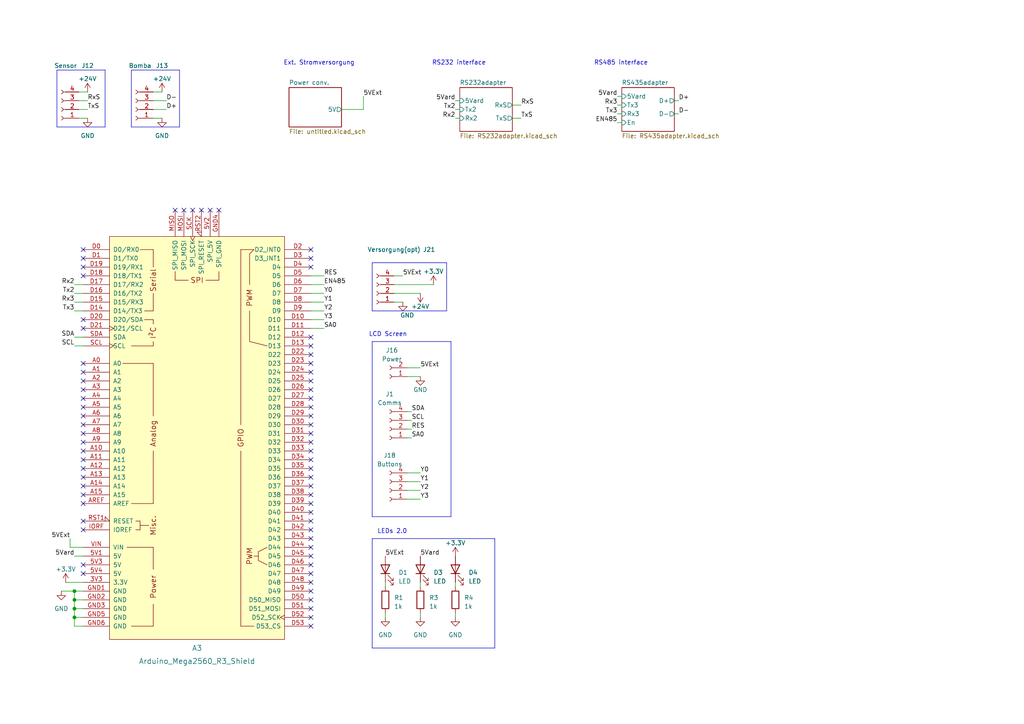
<source format=kicad_sch>
(kicad_sch (version 20230121) (generator eeschema)

  (uuid e63e39d7-6ac0-4ffd-8aa3-1841a4541b55)

  (paper "A4")

  (lib_symbols
    (symbol "Conn_01x04_Female_1" (pin_names (offset 1.016) hide) (in_bom yes) (on_board yes)
      (property "Reference" "J" (at 0 5.08 0)
        (effects (font (size 1.27 1.27)))
      )
      (property "Value" "Conn_01x04_Female_1" (at 0 -7.62 0)
        (effects (font (size 1.27 1.27)))
      )
      (property "Footprint" "" (at 0 0 0)
        (effects (font (size 1.27 1.27)) hide)
      )
      (property "Datasheet" "~" (at 0 0 0)
        (effects (font (size 1.27 1.27)) hide)
      )
      (property "ki_keywords" "connector" (at 0 0 0)
        (effects (font (size 1.27 1.27)) hide)
      )
      (property "ki_description" "Generic connector, single row, 01x04, script generated (kicad-library-utils/schlib/autogen/connector/)" (at 0 0 0)
        (effects (font (size 1.27 1.27)) hide)
      )
      (property "ki_fp_filters" "Connector*:*_1x??_*" (at 0 0 0)
        (effects (font (size 1.27 1.27)) hide)
      )
      (symbol "Conn_01x04_Female_1_1_1"
        (arc (start 0 -4.572) (mid -0.5058 -5.08) (end 0 -5.588)
          (stroke (width 0.1524) (type default))
          (fill (type none))
        )
        (arc (start 0 -2.032) (mid -0.5058 -2.54) (end 0 -3.048)
          (stroke (width 0.1524) (type default))
          (fill (type none))
        )
        (polyline
          (pts
            (xy -1.27 -5.08)
            (xy -0.508 -5.08)
          )
          (stroke (width 0.1524) (type default))
          (fill (type none))
        )
        (polyline
          (pts
            (xy -1.27 -2.54)
            (xy -0.508 -2.54)
          )
          (stroke (width 0.1524) (type default))
          (fill (type none))
        )
        (polyline
          (pts
            (xy -1.27 0)
            (xy -0.508 0)
          )
          (stroke (width 0.1524) (type default))
          (fill (type none))
        )
        (polyline
          (pts
            (xy -1.27 2.54)
            (xy -0.508 2.54)
          )
          (stroke (width 0.1524) (type default))
          (fill (type none))
        )
        (arc (start 0 0.508) (mid -0.5058 0) (end 0 -0.508)
          (stroke (width 0.1524) (type default))
          (fill (type none))
        )
        (arc (start 0 3.048) (mid -0.5058 2.54) (end 0 2.032)
          (stroke (width 0.1524) (type default))
          (fill (type none))
        )
        (pin passive line (at -5.08 2.54 0) (length 3.81)
          (name "Pin_1" (effects (font (size 1.27 1.27))))
          (number "1" (effects (font (size 1.27 1.27))))
        )
        (pin passive line (at -5.08 0 0) (length 3.81)
          (name "Pin_2" (effects (font (size 1.27 1.27))))
          (number "2" (effects (font (size 1.27 1.27))))
        )
        (pin passive line (at -5.08 -2.54 0) (length 3.81)
          (name "Pin_3" (effects (font (size 1.27 1.27))))
          (number "3" (effects (font (size 1.27 1.27))))
        )
        (pin passive line (at -5.08 -5.08 0) (length 3.81)
          (name "Pin_4" (effects (font (size 1.27 1.27))))
          (number "4" (effects (font (size 1.27 1.27))))
        )
      )
    )
    (symbol "Connector:Conn_01x02_Female" (pin_names (offset 1.016) hide) (in_bom yes) (on_board yes)
      (property "Reference" "J" (at 0 2.54 0)
        (effects (font (size 1.27 1.27)))
      )
      (property "Value" "Conn_01x02_Female" (at 0 -5.08 0)
        (effects (font (size 1.27 1.27)))
      )
      (property "Footprint" "" (at 0 0 0)
        (effects (font (size 1.27 1.27)) hide)
      )
      (property "Datasheet" "~" (at 0 0 0)
        (effects (font (size 1.27 1.27)) hide)
      )
      (property "ki_keywords" "connector" (at 0 0 0)
        (effects (font (size 1.27 1.27)) hide)
      )
      (property "ki_description" "Generic connector, single row, 01x02, script generated (kicad-library-utils/schlib/autogen/connector/)" (at 0 0 0)
        (effects (font (size 1.27 1.27)) hide)
      )
      (property "ki_fp_filters" "Connector*:*_1x??_*" (at 0 0 0)
        (effects (font (size 1.27 1.27)) hide)
      )
      (symbol "Conn_01x02_Female_1_1"
        (arc (start 0 -2.032) (mid -0.5058 -2.54) (end 0 -3.048)
          (stroke (width 0.1524) (type default))
          (fill (type none))
        )
        (polyline
          (pts
            (xy -1.27 -2.54)
            (xy -0.508 -2.54)
          )
          (stroke (width 0.1524) (type default))
          (fill (type none))
        )
        (polyline
          (pts
            (xy -1.27 0)
            (xy -0.508 0)
          )
          (stroke (width 0.1524) (type default))
          (fill (type none))
        )
        (arc (start 0 0.508) (mid -0.5058 0) (end 0 -0.508)
          (stroke (width 0.1524) (type default))
          (fill (type none))
        )
        (pin passive line (at -5.08 0 0) (length 3.81)
          (name "Pin_1" (effects (font (size 1.27 1.27))))
          (number "1" (effects (font (size 1.27 1.27))))
        )
        (pin passive line (at -5.08 -2.54 0) (length 3.81)
          (name "Pin_2" (effects (font (size 1.27 1.27))))
          (number "2" (effects (font (size 1.27 1.27))))
        )
      )
    )
    (symbol "Connector:Conn_01x04_Female" (pin_names (offset 1.016) hide) (in_bom yes) (on_board yes)
      (property "Reference" "J" (at 0 5.08 0)
        (effects (font (size 1.27 1.27)))
      )
      (property "Value" "Conn_01x04_Female" (at 0 -7.62 0)
        (effects (font (size 1.27 1.27)))
      )
      (property "Footprint" "" (at 0 0 0)
        (effects (font (size 1.27 1.27)) hide)
      )
      (property "Datasheet" "~" (at 0 0 0)
        (effects (font (size 1.27 1.27)) hide)
      )
      (property "ki_keywords" "connector" (at 0 0 0)
        (effects (font (size 1.27 1.27)) hide)
      )
      (property "ki_description" "Generic connector, single row, 01x04, script generated (kicad-library-utils/schlib/autogen/connector/)" (at 0 0 0)
        (effects (font (size 1.27 1.27)) hide)
      )
      (property "ki_fp_filters" "Connector*:*_1x??_*" (at 0 0 0)
        (effects (font (size 1.27 1.27)) hide)
      )
      (symbol "Conn_01x04_Female_1_1"
        (arc (start 0 -4.572) (mid -0.5058 -5.08) (end 0 -5.588)
          (stroke (width 0.1524) (type default))
          (fill (type none))
        )
        (arc (start 0 -2.032) (mid -0.5058 -2.54) (end 0 -3.048)
          (stroke (width 0.1524) (type default))
          (fill (type none))
        )
        (polyline
          (pts
            (xy -1.27 -5.08)
            (xy -0.508 -5.08)
          )
          (stroke (width 0.1524) (type default))
          (fill (type none))
        )
        (polyline
          (pts
            (xy -1.27 -2.54)
            (xy -0.508 -2.54)
          )
          (stroke (width 0.1524) (type default))
          (fill (type none))
        )
        (polyline
          (pts
            (xy -1.27 0)
            (xy -0.508 0)
          )
          (stroke (width 0.1524) (type default))
          (fill (type none))
        )
        (polyline
          (pts
            (xy -1.27 2.54)
            (xy -0.508 2.54)
          )
          (stroke (width 0.1524) (type default))
          (fill (type none))
        )
        (arc (start 0 0.508) (mid -0.5058 0) (end 0 -0.508)
          (stroke (width 0.1524) (type default))
          (fill (type none))
        )
        (arc (start 0 3.048) (mid -0.5058 2.54) (end 0 2.032)
          (stroke (width 0.1524) (type default))
          (fill (type none))
        )
        (pin passive line (at -5.08 2.54 0) (length 3.81)
          (name "Pin_1" (effects (font (size 1.27 1.27))))
          (number "1" (effects (font (size 1.27 1.27))))
        )
        (pin passive line (at -5.08 0 0) (length 3.81)
          (name "Pin_2" (effects (font (size 1.27 1.27))))
          (number "2" (effects (font (size 1.27 1.27))))
        )
        (pin passive line (at -5.08 -2.54 0) (length 3.81)
          (name "Pin_3" (effects (font (size 1.27 1.27))))
          (number "3" (effects (font (size 1.27 1.27))))
        )
        (pin passive line (at -5.08 -5.08 0) (length 3.81)
          (name "Pin_4" (effects (font (size 1.27 1.27))))
          (number "4" (effects (font (size 1.27 1.27))))
        )
      )
    )
    (symbol "Connector:Conn_01x04_Socket" (pin_names (offset 1.016) hide) (in_bom yes) (on_board yes)
      (property "Reference" "J" (at 0 5.08 0)
        (effects (font (size 1.27 1.27)))
      )
      (property "Value" "Conn_01x04_Socket" (at 0 -7.62 0)
        (effects (font (size 1.27 1.27)))
      )
      (property "Footprint" "" (at 0 0 0)
        (effects (font (size 1.27 1.27)) hide)
      )
      (property "Datasheet" "~" (at 0 0 0)
        (effects (font (size 1.27 1.27)) hide)
      )
      (property "ki_locked" "" (at 0 0 0)
        (effects (font (size 1.27 1.27)))
      )
      (property "ki_keywords" "connector" (at 0 0 0)
        (effects (font (size 1.27 1.27)) hide)
      )
      (property "ki_description" "Generic connector, single row, 01x04, script generated" (at 0 0 0)
        (effects (font (size 1.27 1.27)) hide)
      )
      (property "ki_fp_filters" "Connector*:*_1x??_*" (at 0 0 0)
        (effects (font (size 1.27 1.27)) hide)
      )
      (symbol "Conn_01x04_Socket_1_1"
        (arc (start 0 -4.572) (mid -0.5058 -5.08) (end 0 -5.588)
          (stroke (width 0.1524) (type default))
          (fill (type none))
        )
        (arc (start 0 -2.032) (mid -0.5058 -2.54) (end 0 -3.048)
          (stroke (width 0.1524) (type default))
          (fill (type none))
        )
        (polyline
          (pts
            (xy -1.27 -5.08)
            (xy -0.508 -5.08)
          )
          (stroke (width 0.1524) (type default))
          (fill (type none))
        )
        (polyline
          (pts
            (xy -1.27 -2.54)
            (xy -0.508 -2.54)
          )
          (stroke (width 0.1524) (type default))
          (fill (type none))
        )
        (polyline
          (pts
            (xy -1.27 0)
            (xy -0.508 0)
          )
          (stroke (width 0.1524) (type default))
          (fill (type none))
        )
        (polyline
          (pts
            (xy -1.27 2.54)
            (xy -0.508 2.54)
          )
          (stroke (width 0.1524) (type default))
          (fill (type none))
        )
        (arc (start 0 0.508) (mid -0.5058 0) (end 0 -0.508)
          (stroke (width 0.1524) (type default))
          (fill (type none))
        )
        (arc (start 0 3.048) (mid -0.5058 2.54) (end 0 2.032)
          (stroke (width 0.1524) (type default))
          (fill (type none))
        )
        (pin passive line (at -5.08 2.54 0) (length 3.81)
          (name "Pin_1" (effects (font (size 1.27 1.27))))
          (number "1" (effects (font (size 1.27 1.27))))
        )
        (pin passive line (at -5.08 0 0) (length 3.81)
          (name "Pin_2" (effects (font (size 1.27 1.27))))
          (number "2" (effects (font (size 1.27 1.27))))
        )
        (pin passive line (at -5.08 -2.54 0) (length 3.81)
          (name "Pin_3" (effects (font (size 1.27 1.27))))
          (number "3" (effects (font (size 1.27 1.27))))
        )
        (pin passive line (at -5.08 -5.08 0) (length 3.81)
          (name "Pin_4" (effects (font (size 1.27 1.27))))
          (number "4" (effects (font (size 1.27 1.27))))
        )
      )
    )
    (symbol "Device:LED" (pin_numbers hide) (pin_names (offset 1.016) hide) (in_bom yes) (on_board yes)
      (property "Reference" "D" (at 0 2.54 0)
        (effects (font (size 1.27 1.27)))
      )
      (property "Value" "LED" (at 0 -2.54 0)
        (effects (font (size 1.27 1.27)))
      )
      (property "Footprint" "" (at 0 0 0)
        (effects (font (size 1.27 1.27)) hide)
      )
      (property "Datasheet" "~" (at 0 0 0)
        (effects (font (size 1.27 1.27)) hide)
      )
      (property "ki_keywords" "LED diode" (at 0 0 0)
        (effects (font (size 1.27 1.27)) hide)
      )
      (property "ki_description" "Light emitting diode" (at 0 0 0)
        (effects (font (size 1.27 1.27)) hide)
      )
      (property "ki_fp_filters" "LED* LED_SMD:* LED_THT:*" (at 0 0 0)
        (effects (font (size 1.27 1.27)) hide)
      )
      (symbol "LED_0_1"
        (polyline
          (pts
            (xy -1.27 -1.27)
            (xy -1.27 1.27)
          )
          (stroke (width 0.254) (type default))
          (fill (type none))
        )
        (polyline
          (pts
            (xy -1.27 0)
            (xy 1.27 0)
          )
          (stroke (width 0) (type default))
          (fill (type none))
        )
        (polyline
          (pts
            (xy 1.27 -1.27)
            (xy 1.27 1.27)
            (xy -1.27 0)
            (xy 1.27 -1.27)
          )
          (stroke (width 0.254) (type default))
          (fill (type none))
        )
        (polyline
          (pts
            (xy -3.048 -0.762)
            (xy -4.572 -2.286)
            (xy -3.81 -2.286)
            (xy -4.572 -2.286)
            (xy -4.572 -1.524)
          )
          (stroke (width 0) (type default))
          (fill (type none))
        )
        (polyline
          (pts
            (xy -1.778 -0.762)
            (xy -3.302 -2.286)
            (xy -2.54 -2.286)
            (xy -3.302 -2.286)
            (xy -3.302 -1.524)
          )
          (stroke (width 0) (type default))
          (fill (type none))
        )
      )
      (symbol "LED_1_1"
        (pin passive line (at -3.81 0 0) (length 2.54)
          (name "K" (effects (font (size 1.27 1.27))))
          (number "1" (effects (font (size 1.27 1.27))))
        )
        (pin passive line (at 3.81 0 180) (length 2.54)
          (name "A" (effects (font (size 1.27 1.27))))
          (number "2" (effects (font (size 1.27 1.27))))
        )
      )
    )
    (symbol "Device:R" (pin_numbers hide) (pin_names (offset 0)) (in_bom yes) (on_board yes)
      (property "Reference" "R" (at 2.032 0 90)
        (effects (font (size 1.27 1.27)))
      )
      (property "Value" "R" (at 0 0 90)
        (effects (font (size 1.27 1.27)))
      )
      (property "Footprint" "" (at -1.778 0 90)
        (effects (font (size 1.27 1.27)) hide)
      )
      (property "Datasheet" "~" (at 0 0 0)
        (effects (font (size 1.27 1.27)) hide)
      )
      (property "ki_keywords" "R res resistor" (at 0 0 0)
        (effects (font (size 1.27 1.27)) hide)
      )
      (property "ki_description" "Resistor" (at 0 0 0)
        (effects (font (size 1.27 1.27)) hide)
      )
      (property "ki_fp_filters" "R_*" (at 0 0 0)
        (effects (font (size 1.27 1.27)) hide)
      )
      (symbol "R_0_1"
        (rectangle (start -1.016 -2.54) (end 1.016 2.54)
          (stroke (width 0.254) (type default))
          (fill (type none))
        )
      )
      (symbol "R_1_1"
        (pin passive line (at 0 3.81 270) (length 1.27)
          (name "~" (effects (font (size 1.27 1.27))))
          (number "1" (effects (font (size 1.27 1.27))))
        )
        (pin passive line (at 0 -3.81 90) (length 1.27)
          (name "~" (effects (font (size 1.27 1.27))))
          (number "2" (effects (font (size 1.27 1.27))))
        )
      )
    )
    (symbol "arduino-library:Arduino_Mega2560_R3_Shield" (pin_names (offset 1.016)) (in_bom yes) (on_board yes)
      (property "Reference" "A3" (at 0 -60.96 0)
        (effects (font (size 1.524 1.524)))
      )
      (property "Value" "Arduino_Mega2560_R3_Shield" (at 0 -64.77 0)
        (effects (font (size 1.524 1.524)))
      )
      (property "Footprint" "Arduino:Footprint_Mega2560_Pro_Socket" (at 0 -73.66 0)
        (effects (font (size 1.524 1.524)) hide)
      )
      (property "Datasheet" "https://docs.arduino.cc/hardware/mega-2560" (at 0 -69.85 0)
        (effects (font (size 1.524 1.524)) hide)
      )
      (property "ki_keywords" "Arduino MPU Shield" (at 0 0 0)
        (effects (font (size 1.27 1.27)) hide)
      )
      (property "ki_description" "Shield for Arduino Mega 2560 R3" (at 0 0 0)
        (effects (font (size 1.27 1.27)) hide)
      )
      (property "ki_fp_filters" "Arduino_Mega2560_R3_Shield" (at 0 0 0)
        (effects (font (size 1.27 1.27)) hide)
      )
      (symbol "Arduino_Mega2560_R3_Shield_0_0"
        (rectangle (start -25.4 -58.42) (end 25.4 58.42)
          (stroke (width 0) (type default))
          (fill (type background))
        )
        (rectangle (start -20.32 -31.75) (end -12.7 -31.75)
          (stroke (width 0) (type default))
          (fill (type none))
        )
        (rectangle (start -19.05 -54.61) (end -12.7 -54.61)
          (stroke (width 0) (type default))
          (fill (type none))
        )
        (rectangle (start -19.05 -19.05) (end -12.7 -19.05)
          (stroke (width 0) (type default))
          (fill (type none))
        )
        (rectangle (start -19.05 26.67) (end -12.7 26.67)
          (stroke (width 0) (type default))
          (fill (type none))
        )
        (rectangle (start -17.78 -26.67) (end -16.51 -26.67)
          (stroke (width 0) (type default))
          (fill (type none))
        )
        (rectangle (start -17.78 -24.13) (end -16.51 -24.13)
          (stroke (width 0) (type default))
          (fill (type none))
        )
        (rectangle (start -16.51 -25.4) (end -13.97 -25.4)
          (stroke (width 0) (type default))
          (fill (type none))
        )
        (rectangle (start -16.51 -24.13) (end -16.51 -26.67)
          (stroke (width 0) (type default))
          (fill (type none))
        )
        (rectangle (start -16.51 54.61) (end -12.7 54.61)
          (stroke (width 0) (type default))
          (fill (type none))
        )
        (rectangle (start -15.24 34.29) (end -12.7 34.29)
          (stroke (width 0) (type default))
          (fill (type none))
        )
        (rectangle (start -15.24 36.83) (end -12.7 36.83)
          (stroke (width 0) (type default))
          (fill (type none))
        )
        (rectangle (start -12.7 -54.61) (end -12.7 -48.26)
          (stroke (width 0) (type default))
          (fill (type none))
        )
        (rectangle (start -12.7 -31.75) (end -12.7 -38.1)
          (stroke (width 0) (type default))
          (fill (type none))
        )
        (rectangle (start -12.7 26.67) (end -12.7 27.94)
          (stroke (width 0) (type default))
          (fill (type none))
        )
        (rectangle (start -12.7 34.29) (end -12.7 33.02)
          (stroke (width 0) (type default))
          (fill (type none))
        )
        (rectangle (start -12.7 41.91) (end -12.7 36.83)
          (stroke (width 0) (type default))
          (fill (type none))
        )
        (rectangle (start -12.7 49.53) (end -12.7 54.61)
          (stroke (width 0) (type default))
          (fill (type none))
        )
        (rectangle (start -6.35 48.26) (end -6.35 45.72)
          (stroke (width 0) (type default))
          (fill (type none))
        )
        (rectangle (start -2.54 45.72) (end -6.35 45.72)
          (stroke (width 0) (type default))
          (fill (type none))
        )
        (polyline
          (pts
            (xy -21.59 21.59)
            (xy -12.7 21.59)
          )
          (stroke (width 0) (type default))
          (fill (type none))
        )
        (polyline
          (pts
            (xy -12.7 -19.05)
            (xy -12.7 -3.81)
          )
          (stroke (width 0) (type default))
          (fill (type none))
        )
        (polyline
          (pts
            (xy -12.7 6.35)
            (xy -12.7 21.59)
          )
          (stroke (width 0) (type default))
          (fill (type none))
        )
        (polyline
          (pts
            (xy 12.7 -54.61)
            (xy 16.51 -54.61)
          )
          (stroke (width 0) (type default))
          (fill (type none))
        )
        (polyline
          (pts
            (xy 12.7 54.61)
            (xy 16.51 54.61)
          )
          (stroke (width 0) (type default))
          (fill (type none))
        )
        (polyline
          (pts
            (xy 17.78 -34.29)
            (xy 16.51 -34.29)
          )
          (stroke (width 0) (type default))
          (fill (type none))
        )
        (polyline
          (pts
            (xy 15.24 36.83)
            (xy 15.24 27.94)
            (xy 20.32 26.67)
          )
          (stroke (width 0) (type default))
          (fill (type none))
        )
        (polyline
          (pts
            (xy 15.24 44.45)
            (xy 15.24 53.34)
            (xy 16.51 54.61)
          )
          (stroke (width 0) (type default))
          (fill (type none))
        )
        (polyline
          (pts
            (xy 20.32 -31.75)
            (xy 17.78 -33.02)
            (xy 17.78 -35.56)
            (xy 20.32 -36.83)
          )
          (stroke (width 0) (type default))
          (fill (type none))
        )
        (rectangle (start 6.35 45.72) (end 2.54 45.72)
          (stroke (width 0) (type default))
          (fill (type none))
        )
        (rectangle (start 6.35 48.26) (end 6.35 45.72)
          (stroke (width 0) (type default))
          (fill (type none))
        )
        (text "Analog" (at -12.7 1.27 900)
          (effects (font (size 1.524 1.524)))
        )
        (text "I²C" (at -12.7 30.48 900)
          (effects (font (size 1.524 1.524)))
        )
        (text "Misc." (at -12.7 -25.4 900)
          (effects (font (size 1.524 1.524)))
        )
        (text "Power" (at -12.7 -43.18 900)
          (effects (font (size 1.524 1.524)))
        )
        (text "PWM" (at 15.24 -34.29 900)
          (effects (font (size 1.524 1.524)))
        )
        (text "PWM" (at 15.24 40.64 900)
          (effects (font (size 1.524 1.524)))
        )
        (text "Serial" (at -12.7 45.72 900)
          (effects (font (size 1.524 1.524)))
        )
        (text "SPI" (at 0 45.72 0)
          (effects (font (size 1.524 1.524)))
        )
      )
      (symbol "Arduino_Mega2560_R3_Shield_1_0"
        (rectangle (start 12.7 -54.61) (end 12.7 -3.81)
          (stroke (width 0) (type default))
          (fill (type none))
        )
        (rectangle (start 12.7 54.61) (end 12.7 3.81)
          (stroke (width 0) (type default))
          (fill (type none))
        )
        (text "GPIO" (at 12.7 0 900)
          (effects (font (size 1.524 1.524)))
        )
      )
      (symbol "Arduino_Mega2560_R3_Shield_1_1"
        (pin power_out line (at -33.02 -41.91 0) (length 7.62)
          (name "3.3V" (effects (font (size 1.27 1.27))))
          (number "3V3" (effects (font (size 1.27 1.27))))
        )
        (pin power_out line (at -33.02 -34.29 0) (length 7.62)
          (name "5V" (effects (font (size 1.27 1.27))))
          (number "5V1" (effects (font (size 1.27 1.27))))
        )
        (pin power_in line (at 3.81 66.04 270) (length 7.62)
          (name "SPI_5V" (effects (font (size 1.27 1.27))))
          (number "5V2" (effects (font (size 1.27 1.27))))
        )
        (pin bidirectional line (at -33.02 -36.83 0) (length 7.62)
          (name "5V" (effects (font (size 1.27 1.27))))
          (number "5V3" (effects (font (size 1.27 1.27))))
        )
        (pin bidirectional line (at -33.02 -39.37 0) (length 7.62)
          (name "5V" (effects (font (size 1.27 1.27))))
          (number "5V4" (effects (font (size 1.27 1.27))))
        )
        (pin bidirectional line (at -33.02 21.59 0) (length 7.62)
          (name "A0" (effects (font (size 1.27 1.27))))
          (number "A0" (effects (font (size 1.27 1.27))))
        )
        (pin bidirectional line (at -33.02 19.05 0) (length 7.62)
          (name "A1" (effects (font (size 1.27 1.27))))
          (number "A1" (effects (font (size 1.27 1.27))))
        )
        (pin bidirectional line (at -33.02 -3.81 0) (length 7.62)
          (name "A10" (effects (font (size 1.27 1.27))))
          (number "A10" (effects (font (size 1.27 1.27))))
        )
        (pin bidirectional line (at -33.02 -6.35 0) (length 7.62)
          (name "A11" (effects (font (size 1.27 1.27))))
          (number "A11" (effects (font (size 1.27 1.27))))
        )
        (pin bidirectional line (at -33.02 -8.89 0) (length 7.62)
          (name "A12" (effects (font (size 1.27 1.27))))
          (number "A12" (effects (font (size 1.27 1.27))))
        )
        (pin bidirectional line (at -33.02 -11.43 0) (length 7.62)
          (name "A13" (effects (font (size 1.27 1.27))))
          (number "A13" (effects (font (size 1.27 1.27))))
        )
        (pin bidirectional line (at -33.02 -13.97 0) (length 7.62)
          (name "A14" (effects (font (size 1.27 1.27))))
          (number "A14" (effects (font (size 1.27 1.27))))
        )
        (pin bidirectional line (at -33.02 -16.51 0) (length 7.62)
          (name "A15" (effects (font (size 1.27 1.27))))
          (number "A15" (effects (font (size 1.27 1.27))))
        )
        (pin bidirectional line (at -33.02 16.51 0) (length 7.62)
          (name "A2" (effects (font (size 1.27 1.27))))
          (number "A2" (effects (font (size 1.27 1.27))))
        )
        (pin bidirectional line (at -33.02 13.97 0) (length 7.62)
          (name "A3" (effects (font (size 1.27 1.27))))
          (number "A3" (effects (font (size 1.27 1.27))))
        )
        (pin bidirectional line (at -33.02 11.43 0) (length 7.62)
          (name "A4" (effects (font (size 1.27 1.27))))
          (number "A4" (effects (font (size 1.27 1.27))))
        )
        (pin bidirectional line (at -33.02 8.89 0) (length 7.62)
          (name "A5" (effects (font (size 1.27 1.27))))
          (number "A5" (effects (font (size 1.27 1.27))))
        )
        (pin bidirectional line (at -33.02 6.35 0) (length 7.62)
          (name "A6" (effects (font (size 1.27 1.27))))
          (number "A6" (effects (font (size 1.27 1.27))))
        )
        (pin bidirectional line (at -33.02 3.81 0) (length 7.62)
          (name "A7" (effects (font (size 1.27 1.27))))
          (number "A7" (effects (font (size 1.27 1.27))))
        )
        (pin bidirectional line (at -33.02 1.27 0) (length 7.62)
          (name "A8" (effects (font (size 1.27 1.27))))
          (number "A8" (effects (font (size 1.27 1.27))))
        )
        (pin bidirectional line (at -33.02 -1.27 0) (length 7.62)
          (name "A9" (effects (font (size 1.27 1.27))))
          (number "A9" (effects (font (size 1.27 1.27))))
        )
        (pin input line (at -33.02 -19.05 0) (length 7.62)
          (name "AREF" (effects (font (size 1.27 1.27))))
          (number "AREF" (effects (font (size 1.27 1.27))))
        )
        (pin bidirectional line (at -33.02 54.61 0) (length 7.62)
          (name "D0/RX0" (effects (font (size 1.27 1.27))))
          (number "D0" (effects (font (size 1.27 1.27))))
        )
        (pin bidirectional line (at -33.02 52.07 0) (length 7.62)
          (name "D1/TX0" (effects (font (size 1.27 1.27))))
          (number "D1" (effects (font (size 1.27 1.27))))
        )
        (pin bidirectional line (at 33.02 34.29 180) (length 7.62)
          (name "D10" (effects (font (size 1.27 1.27))))
          (number "D10" (effects (font (size 1.27 1.27))))
        )
        (pin bidirectional line (at 33.02 31.75 180) (length 7.62)
          (name "D11" (effects (font (size 1.27 1.27))))
          (number "D11" (effects (font (size 1.27 1.27))))
        )
        (pin bidirectional line (at 33.02 29.21 180) (length 7.62)
          (name "D12" (effects (font (size 1.27 1.27))))
          (number "D12" (effects (font (size 1.27 1.27))))
        )
        (pin bidirectional line (at 33.02 26.67 180) (length 7.62)
          (name "D13" (effects (font (size 1.27 1.27))))
          (number "D13" (effects (font (size 1.27 1.27))))
        )
        (pin bidirectional line (at -33.02 36.83 0) (length 7.62)
          (name "D14/TX3" (effects (font (size 1.27 1.27))))
          (number "D14" (effects (font (size 1.27 1.27))))
        )
        (pin bidirectional line (at -33.02 39.37 0) (length 7.62)
          (name "D15/RX3" (effects (font (size 1.27 1.27))))
          (number "D15" (effects (font (size 1.27 1.27))))
        )
        (pin bidirectional line (at -33.02 41.91 0) (length 7.62)
          (name "D16/TX2" (effects (font (size 1.27 1.27))))
          (number "D16" (effects (font (size 1.27 1.27))))
        )
        (pin bidirectional line (at -33.02 44.45 0) (length 7.62)
          (name "D17/RX2" (effects (font (size 1.27 1.27))))
          (number "D17" (effects (font (size 1.27 1.27))))
        )
        (pin bidirectional line (at -33.02 46.99 0) (length 7.62)
          (name "D18/TX1" (effects (font (size 1.27 1.27))))
          (number "D18" (effects (font (size 1.27 1.27))))
        )
        (pin bidirectional line (at -33.02 49.53 0) (length 7.62)
          (name "D19/RX1" (effects (font (size 1.27 1.27))))
          (number "D19" (effects (font (size 1.27 1.27))))
        )
        (pin bidirectional line (at 33.02 54.61 180) (length 7.62)
          (name "D2_INT0" (effects (font (size 1.27 1.27))))
          (number "D2" (effects (font (size 1.27 1.27))))
        )
        (pin bidirectional line (at -33.02 34.29 0) (length 7.62)
          (name "D20/SDA" (effects (font (size 1.27 1.27))))
          (number "D20" (effects (font (size 1.27 1.27))))
        )
        (pin bidirectional clock (at -33.02 31.75 0) (length 7.62)
          (name "D21/SCL" (effects (font (size 1.27 1.27))))
          (number "D21" (effects (font (size 1.27 1.27))))
        )
        (pin bidirectional line (at 33.02 24.13 180) (length 7.62)
          (name "D22" (effects (font (size 1.27 1.27))))
          (number "D22" (effects (font (size 1.27 1.27))))
        )
        (pin bidirectional line (at 33.02 21.59 180) (length 7.62)
          (name "D23" (effects (font (size 1.27 1.27))))
          (number "D23" (effects (font (size 1.27 1.27))))
        )
        (pin bidirectional line (at 33.02 19.05 180) (length 7.62)
          (name "D24" (effects (font (size 1.27 1.27))))
          (number "D24" (effects (font (size 1.27 1.27))))
        )
        (pin bidirectional line (at 33.02 16.51 180) (length 7.62)
          (name "D25" (effects (font (size 1.27 1.27))))
          (number "D25" (effects (font (size 1.27 1.27))))
        )
        (pin bidirectional line (at 33.02 13.97 180) (length 7.62)
          (name "D26" (effects (font (size 1.27 1.27))))
          (number "D26" (effects (font (size 1.27 1.27))))
        )
        (pin bidirectional line (at 33.02 11.43 180) (length 7.62)
          (name "D27" (effects (font (size 1.27 1.27))))
          (number "D27" (effects (font (size 1.27 1.27))))
        )
        (pin bidirectional line (at 33.02 8.89 180) (length 7.62)
          (name "D28" (effects (font (size 1.27 1.27))))
          (number "D28" (effects (font (size 1.27 1.27))))
        )
        (pin bidirectional line (at 33.02 6.35 180) (length 7.62)
          (name "D29" (effects (font (size 1.27 1.27))))
          (number "D29" (effects (font (size 1.27 1.27))))
        )
        (pin bidirectional line (at 33.02 52.07 180) (length 7.62)
          (name "D3_INT1" (effects (font (size 1.27 1.27))))
          (number "D3" (effects (font (size 1.27 1.27))))
        )
        (pin bidirectional line (at 33.02 3.81 180) (length 7.62)
          (name "D30" (effects (font (size 1.27 1.27))))
          (number "D30" (effects (font (size 1.27 1.27))))
        )
        (pin bidirectional line (at 33.02 1.27 180) (length 7.62)
          (name "D31" (effects (font (size 1.27 1.27))))
          (number "D31" (effects (font (size 1.27 1.27))))
        )
        (pin bidirectional line (at 33.02 -1.27 180) (length 7.62)
          (name "D32" (effects (font (size 1.27 1.27))))
          (number "D32" (effects (font (size 1.27 1.27))))
        )
        (pin bidirectional line (at 33.02 -3.81 180) (length 7.62)
          (name "D33" (effects (font (size 1.27 1.27))))
          (number "D33" (effects (font (size 1.27 1.27))))
        )
        (pin bidirectional line (at 33.02 -6.35 180) (length 7.62)
          (name "D34" (effects (font (size 1.27 1.27))))
          (number "D34" (effects (font (size 1.27 1.27))))
        )
        (pin bidirectional line (at 33.02 -8.89 180) (length 7.62)
          (name "D35" (effects (font (size 1.27 1.27))))
          (number "D35" (effects (font (size 1.27 1.27))))
        )
        (pin bidirectional line (at 33.02 -11.43 180) (length 7.62)
          (name "D36" (effects (font (size 1.27 1.27))))
          (number "D36" (effects (font (size 1.27 1.27))))
        )
        (pin bidirectional line (at 33.02 -13.97 180) (length 7.62)
          (name "D37" (effects (font (size 1.27 1.27))))
          (number "D37" (effects (font (size 1.27 1.27))))
        )
        (pin bidirectional line (at 33.02 -16.51 180) (length 7.62)
          (name "D38" (effects (font (size 1.27 1.27))))
          (number "D38" (effects (font (size 1.27 1.27))))
        )
        (pin bidirectional line (at 33.02 -19.05 180) (length 7.62)
          (name "D39" (effects (font (size 1.27 1.27))))
          (number "D39" (effects (font (size 1.27 1.27))))
        )
        (pin bidirectional line (at 33.02 49.53 180) (length 7.62)
          (name "D4" (effects (font (size 1.27 1.27))))
          (number "D4" (effects (font (size 1.27 1.27))))
        )
        (pin bidirectional line (at 33.02 -21.59 180) (length 7.62)
          (name "D40" (effects (font (size 1.27 1.27))))
          (number "D40" (effects (font (size 1.27 1.27))))
        )
        (pin bidirectional line (at 33.02 -24.13 180) (length 7.62)
          (name "D41" (effects (font (size 1.27 1.27))))
          (number "D41" (effects (font (size 1.27 1.27))))
        )
        (pin bidirectional line (at 33.02 -26.67 180) (length 7.62)
          (name "D42" (effects (font (size 1.27 1.27))))
          (number "D42" (effects (font (size 1.27 1.27))))
        )
        (pin bidirectional line (at 33.02 -29.21 180) (length 7.62)
          (name "D43" (effects (font (size 1.27 1.27))))
          (number "D43" (effects (font (size 1.27 1.27))))
        )
        (pin bidirectional line (at 33.02 -31.75 180) (length 7.62)
          (name "D44" (effects (font (size 1.27 1.27))))
          (number "D44" (effects (font (size 1.27 1.27))))
        )
        (pin bidirectional line (at 33.02 -34.29 180) (length 7.62)
          (name "D45" (effects (font (size 1.27 1.27))))
          (number "D45" (effects (font (size 1.27 1.27))))
        )
        (pin bidirectional line (at 33.02 -36.83 180) (length 7.62)
          (name "D46" (effects (font (size 1.27 1.27))))
          (number "D46" (effects (font (size 1.27 1.27))))
        )
        (pin bidirectional line (at 33.02 -39.37 180) (length 7.62)
          (name "D47" (effects (font (size 1.27 1.27))))
          (number "D47" (effects (font (size 1.27 1.27))))
        )
        (pin bidirectional line (at 33.02 -41.91 180) (length 7.62)
          (name "D48" (effects (font (size 1.27 1.27))))
          (number "D48" (effects (font (size 1.27 1.27))))
        )
        (pin bidirectional line (at 33.02 -44.45 180) (length 7.62)
          (name "D49" (effects (font (size 1.27 1.27))))
          (number "D49" (effects (font (size 1.27 1.27))))
        )
        (pin bidirectional line (at 33.02 46.99 180) (length 7.62)
          (name "D5" (effects (font (size 1.27 1.27))))
          (number "D5" (effects (font (size 1.27 1.27))))
        )
        (pin bidirectional line (at 33.02 -46.99 180) (length 7.62)
          (name "D50_MISO" (effects (font (size 1.27 1.27))))
          (number "D50" (effects (font (size 1.27 1.27))))
        )
        (pin bidirectional line (at 33.02 -49.53 180) (length 7.62)
          (name "D51_MOSI" (effects (font (size 1.27 1.27))))
          (number "D51" (effects (font (size 1.27 1.27))))
        )
        (pin bidirectional clock (at 33.02 -52.07 180) (length 7.62)
          (name "D52_SCK" (effects (font (size 1.27 1.27))))
          (number "D52" (effects (font (size 1.27 1.27))))
        )
        (pin bidirectional line (at 33.02 -54.61 180) (length 7.62)
          (name "D53_CS" (effects (font (size 1.27 1.27))))
          (number "D53" (effects (font (size 1.27 1.27))))
        )
        (pin bidirectional line (at 33.02 44.45 180) (length 7.62)
          (name "D6" (effects (font (size 1.27 1.27))))
          (number "D6" (effects (font (size 1.27 1.27))))
        )
        (pin bidirectional line (at 33.02 41.91 180) (length 7.62)
          (name "D7" (effects (font (size 1.27 1.27))))
          (number "D7" (effects (font (size 1.27 1.27))))
        )
        (pin bidirectional line (at 33.02 39.37 180) (length 7.62)
          (name "D8" (effects (font (size 1.27 1.27))))
          (number "D8" (effects (font (size 1.27 1.27))))
        )
        (pin bidirectional line (at 33.02 36.83 180) (length 7.62)
          (name "D9" (effects (font (size 1.27 1.27))))
          (number "D9" (effects (font (size 1.27 1.27))))
        )
        (pin power_in line (at -33.02 -44.45 0) (length 7.62)
          (name "GND" (effects (font (size 1.27 1.27))))
          (number "GND1" (effects (font (size 1.27 1.27))))
        )
        (pin power_in line (at -33.02 -46.99 0) (length 7.62)
          (name "GND" (effects (font (size 1.27 1.27))))
          (number "GND2" (effects (font (size 1.27 1.27))))
        )
        (pin power_in line (at -33.02 -49.53 0) (length 7.62)
          (name "GND" (effects (font (size 1.27 1.27))))
          (number "GND3" (effects (font (size 1.27 1.27))))
        )
        (pin power_in line (at 6.35 66.04 270) (length 7.62)
          (name "SPI_GND" (effects (font (size 1.27 1.27))))
          (number "GND4" (effects (font (size 1.27 1.27))))
        )
        (pin power_in line (at -33.02 -52.07 0) (length 7.62)
          (name "GND" (effects (font (size 1.27 1.27))))
          (number "GND5" (effects (font (size 1.27 1.27))))
        )
        (pin power_in line (at -33.02 -54.61 0) (length 7.62)
          (name "GND" (effects (font (size 1.27 1.27))))
          (number "GND6" (effects (font (size 1.27 1.27))))
        )
        (pin output line (at -33.02 -26.67 0) (length 7.62)
          (name "IOREF" (effects (font (size 1.27 1.27))))
          (number "IORF" (effects (font (size 1.27 1.27))))
        )
        (pin input line (at -6.35 66.04 270) (length 7.62)
          (name "SPI_MISO" (effects (font (size 1.27 1.27))))
          (number "MISO" (effects (font (size 1.27 1.27))))
        )
        (pin output line (at -3.81 66.04 270) (length 7.62)
          (name "SPI_MOSI" (effects (font (size 1.27 1.27))))
          (number "MOSI" (effects (font (size 1.27 1.27))))
        )
        (pin open_collector input_low (at -33.02 -24.13 0) (length 7.62)
          (name "RESET" (effects (font (size 1.27 1.27))))
          (number "RST1" (effects (font (size 1.27 1.27))))
        )
        (pin open_collector input_low (at 1.27 66.04 270) (length 7.62)
          (name "SPI_RESET" (effects (font (size 1.27 1.27))))
          (number "RST2" (effects (font (size 1.27 1.27))))
        )
        (pin output clock (at -1.27 66.04 270) (length 7.62)
          (name "SPI_SCK" (effects (font (size 1.27 1.27))))
          (number "SCK" (effects (font (size 1.27 1.27))))
        )
        (pin bidirectional clock (at -33.02 26.67 0) (length 7.62)
          (name "SCL" (effects (font (size 1.27 1.27))))
          (number "SCL" (effects (font (size 1.27 1.27))))
        )
        (pin bidirectional line (at -33.02 29.21 0) (length 7.62)
          (name "SDA" (effects (font (size 1.27 1.27))))
          (number "SDA" (effects (font (size 1.27 1.27))))
        )
        (pin power_in line (at -33.02 -31.75 0) (length 7.62)
          (name "VIN" (effects (font (size 1.27 1.27))))
          (number "VIN" (effects (font (size 1.27 1.27))))
        )
      )
    )
    (symbol "power:+24V" (power) (pin_names (offset 0)) (in_bom yes) (on_board yes)
      (property "Reference" "#PWR" (at 0 -3.81 0)
        (effects (font (size 1.27 1.27)) hide)
      )
      (property "Value" "+24V" (at 0 3.556 0)
        (effects (font (size 1.27 1.27)))
      )
      (property "Footprint" "" (at 0 0 0)
        (effects (font (size 1.27 1.27)) hide)
      )
      (property "Datasheet" "" (at 0 0 0)
        (effects (font (size 1.27 1.27)) hide)
      )
      (property "ki_keywords" "power-flag" (at 0 0 0)
        (effects (font (size 1.27 1.27)) hide)
      )
      (property "ki_description" "Power symbol creates a global label with name \"+24V\"" (at 0 0 0)
        (effects (font (size 1.27 1.27)) hide)
      )
      (symbol "+24V_0_1"
        (polyline
          (pts
            (xy -0.762 1.27)
            (xy 0 2.54)
          )
          (stroke (width 0) (type default))
          (fill (type none))
        )
        (polyline
          (pts
            (xy 0 0)
            (xy 0 2.54)
          )
          (stroke (width 0) (type default))
          (fill (type none))
        )
        (polyline
          (pts
            (xy 0 2.54)
            (xy 0.762 1.27)
          )
          (stroke (width 0) (type default))
          (fill (type none))
        )
      )
      (symbol "+24V_1_1"
        (pin power_in line (at 0 0 90) (length 0) hide
          (name "+24V" (effects (font (size 1.27 1.27))))
          (number "1" (effects (font (size 1.27 1.27))))
        )
      )
    )
    (symbol "power:+3.3V" (power) (pin_names (offset 0)) (in_bom yes) (on_board yes)
      (property "Reference" "#PWR" (at 0 -3.81 0)
        (effects (font (size 1.27 1.27)) hide)
      )
      (property "Value" "+3.3V" (at 0 3.556 0)
        (effects (font (size 1.27 1.27)))
      )
      (property "Footprint" "" (at 0 0 0)
        (effects (font (size 1.27 1.27)) hide)
      )
      (property "Datasheet" "" (at 0 0 0)
        (effects (font (size 1.27 1.27)) hide)
      )
      (property "ki_keywords" "global power" (at 0 0 0)
        (effects (font (size 1.27 1.27)) hide)
      )
      (property "ki_description" "Power symbol creates a global label with name \"+3.3V\"" (at 0 0 0)
        (effects (font (size 1.27 1.27)) hide)
      )
      (symbol "+3.3V_0_1"
        (polyline
          (pts
            (xy -0.762 1.27)
            (xy 0 2.54)
          )
          (stroke (width 0) (type default))
          (fill (type none))
        )
        (polyline
          (pts
            (xy 0 0)
            (xy 0 2.54)
          )
          (stroke (width 0) (type default))
          (fill (type none))
        )
        (polyline
          (pts
            (xy 0 2.54)
            (xy 0.762 1.27)
          )
          (stroke (width 0) (type default))
          (fill (type none))
        )
      )
      (symbol "+3.3V_1_1"
        (pin power_in line (at 0 0 90) (length 0) hide
          (name "+3.3V" (effects (font (size 1.27 1.27))))
          (number "1" (effects (font (size 1.27 1.27))))
        )
      )
    )
    (symbol "power:GND" (power) (pin_names (offset 0)) (in_bom yes) (on_board yes)
      (property "Reference" "#PWR" (at 0 -6.35 0)
        (effects (font (size 1.27 1.27)) hide)
      )
      (property "Value" "GND" (at 0 -3.81 0)
        (effects (font (size 1.27 1.27)))
      )
      (property "Footprint" "" (at 0 0 0)
        (effects (font (size 1.27 1.27)) hide)
      )
      (property "Datasheet" "" (at 0 0 0)
        (effects (font (size 1.27 1.27)) hide)
      )
      (property "ki_keywords" "power-flag" (at 0 0 0)
        (effects (font (size 1.27 1.27)) hide)
      )
      (property "ki_description" "Power symbol creates a global label with name \"GND\" , ground" (at 0 0 0)
        (effects (font (size 1.27 1.27)) hide)
      )
      (symbol "GND_0_1"
        (polyline
          (pts
            (xy 0 0)
            (xy 0 -1.27)
            (xy 1.27 -1.27)
            (xy 0 -2.54)
            (xy -1.27 -1.27)
            (xy 0 -1.27)
          )
          (stroke (width 0) (type default))
          (fill (type none))
        )
      )
      (symbol "GND_1_1"
        (pin power_in line (at 0 0 270) (length 0) hide
          (name "GND" (effects (font (size 1.27 1.27))))
          (number "1" (effects (font (size 1.27 1.27))))
        )
      )
    )
  )


  (junction (at 21.59 171.45) (diameter 0) (color 0 0 0 0)
    (uuid 193fe501-7e43-4200-bd0a-299b8b23f4f5)
  )
  (junction (at 21.59 173.99) (diameter 0) (color 0 0 0 0)
    (uuid 544d309d-6801-4833-80fa-e9cb0d3a11fb)
  )
  (junction (at 21.59 176.53) (diameter 0) (color 0 0 0 0)
    (uuid c7f6daa4-2817-4a9a-8bc4-b9a79ae6f3e9)
  )
  (junction (at 21.59 179.07) (diameter 0) (color 0 0 0 0)
    (uuid f47a1d9b-5de5-4418-b5e9-9c84f4cdebb2)
  )

  (no_connect (at 90.17 77.47) (uuid 027a695a-8104-4ff9-a377-819e2990d1fb))
  (no_connect (at 24.13 92.71) (uuid 253e8075-7e68-40e8-a5a8-94cbf87ebaad))
  (no_connect (at 50.8 60.96) (uuid 253e8075-7e68-40e8-a5a8-94cbf87ebaae))
  (no_connect (at 53.34 60.96) (uuid 253e8075-7e68-40e8-a5a8-94cbf87ebaaf))
  (no_connect (at 58.42 60.96) (uuid 253e8075-7e68-40e8-a5a8-94cbf87ebab0))
  (no_connect (at 60.96 60.96) (uuid 253e8075-7e68-40e8-a5a8-94cbf87ebab1))
  (no_connect (at 63.5 60.96) (uuid 253e8075-7e68-40e8-a5a8-94cbf87ebab2))
  (no_connect (at 90.17 97.79) (uuid 253e8075-7e68-40e8-a5a8-94cbf87ebab6))
  (no_connect (at 90.17 100.33) (uuid 253e8075-7e68-40e8-a5a8-94cbf87ebab7))
  (no_connect (at 90.17 102.87) (uuid 253e8075-7e68-40e8-a5a8-94cbf87ebab8))
  (no_connect (at 90.17 107.95) (uuid 253e8075-7e68-40e8-a5a8-94cbf87ebab9))
  (no_connect (at 90.17 105.41) (uuid 253e8075-7e68-40e8-a5a8-94cbf87ebaba))
  (no_connect (at 90.17 110.49) (uuid 253e8075-7e68-40e8-a5a8-94cbf87ebabb))
  (no_connect (at 90.17 138.43) (uuid 253e8075-7e68-40e8-a5a8-94cbf87ebabd))
  (no_connect (at 90.17 140.97) (uuid 253e8075-7e68-40e8-a5a8-94cbf87ebabe))
  (no_connect (at 90.17 143.51) (uuid 253e8075-7e68-40e8-a5a8-94cbf87ebabf))
  (no_connect (at 90.17 146.05) (uuid 253e8075-7e68-40e8-a5a8-94cbf87ebac0))
  (no_connect (at 90.17 148.59) (uuid 253e8075-7e68-40e8-a5a8-94cbf87ebac1))
  (no_connect (at 90.17 151.13) (uuid 253e8075-7e68-40e8-a5a8-94cbf87ebac2))
  (no_connect (at 90.17 153.67) (uuid 253e8075-7e68-40e8-a5a8-94cbf87ebac3))
  (no_connect (at 90.17 156.21) (uuid 253e8075-7e68-40e8-a5a8-94cbf87ebac4))
  (no_connect (at 90.17 158.75) (uuid 253e8075-7e68-40e8-a5a8-94cbf87ebac5))
  (no_connect (at 90.17 161.29) (uuid 253e8075-7e68-40e8-a5a8-94cbf87ebac6))
  (no_connect (at 90.17 163.83) (uuid 253e8075-7e68-40e8-a5a8-94cbf87ebac7))
  (no_connect (at 90.17 166.37) (uuid 253e8075-7e68-40e8-a5a8-94cbf87ebac8))
  (no_connect (at 90.17 168.91) (uuid 253e8075-7e68-40e8-a5a8-94cbf87ebac9))
  (no_connect (at 90.17 171.45) (uuid 253e8075-7e68-40e8-a5a8-94cbf87ebaca))
  (no_connect (at 90.17 173.99) (uuid 253e8075-7e68-40e8-a5a8-94cbf87ebacb))
  (no_connect (at 90.17 176.53) (uuid 253e8075-7e68-40e8-a5a8-94cbf87ebacc))
  (no_connect (at 90.17 179.07) (uuid 253e8075-7e68-40e8-a5a8-94cbf87ebacd))
  (no_connect (at 90.17 181.61) (uuid 253e8075-7e68-40e8-a5a8-94cbf87ebace))
  (no_connect (at 24.13 153.67) (uuid 253e8075-7e68-40e8-a5a8-94cbf87ebacf))
  (no_connect (at 24.13 151.13) (uuid 253e8075-7e68-40e8-a5a8-94cbf87ebad0))
  (no_connect (at 24.13 146.05) (uuid 253e8075-7e68-40e8-a5a8-94cbf87ebad1))
  (no_connect (at 24.13 143.51) (uuid 253e8075-7e68-40e8-a5a8-94cbf87ebad2))
  (no_connect (at 24.13 140.97) (uuid 253e8075-7e68-40e8-a5a8-94cbf87ebad3))
  (no_connect (at 90.17 113.03) (uuid 253e8075-7e68-40e8-a5a8-94cbf87ebad4))
  (no_connect (at 90.17 115.57) (uuid 253e8075-7e68-40e8-a5a8-94cbf87ebad5))
  (no_connect (at 90.17 118.11) (uuid 253e8075-7e68-40e8-a5a8-94cbf87ebad6))
  (no_connect (at 90.17 120.65) (uuid 253e8075-7e68-40e8-a5a8-94cbf87ebad7))
  (no_connect (at 90.17 123.19) (uuid 253e8075-7e68-40e8-a5a8-94cbf87ebad8))
  (no_connect (at 90.17 125.73) (uuid 253e8075-7e68-40e8-a5a8-94cbf87ebad9))
  (no_connect (at 90.17 128.27) (uuid 253e8075-7e68-40e8-a5a8-94cbf87ebada))
  (no_connect (at 90.17 130.81) (uuid 253e8075-7e68-40e8-a5a8-94cbf87ebadb))
  (no_connect (at 90.17 133.35) (uuid 253e8075-7e68-40e8-a5a8-94cbf87ebadc))
  (no_connect (at 90.17 135.89) (uuid 253e8075-7e68-40e8-a5a8-94cbf87ebadd))
  (no_connect (at 24.13 95.25) (uuid 253e8075-7e68-40e8-a5a8-94cbf87ebade))
  (no_connect (at 24.13 72.39) (uuid 253e8075-7e68-40e8-a5a8-94cbf87ebadf))
  (no_connect (at 24.13 74.93) (uuid 253e8075-7e68-40e8-a5a8-94cbf87ebae0))
  (no_connect (at 24.13 77.47) (uuid 253e8075-7e68-40e8-a5a8-94cbf87ebae1))
  (no_connect (at 24.13 80.01) (uuid 253e8075-7e68-40e8-a5a8-94cbf87ebae2))
  (no_connect (at 90.17 72.39) (uuid 4731e77c-122e-479f-a90d-896fa7f63e61))
  (no_connect (at 24.13 110.49) (uuid 661c7a47-87ba-4ef9-b8ce-2dd7a174a4d9))
  (no_connect (at 24.13 107.95) (uuid 661c7a47-87ba-4ef9-b8ce-2dd7a174a4da))
  (no_connect (at 24.13 105.41) (uuid 661c7a47-87ba-4ef9-b8ce-2dd7a174a4db))
  (no_connect (at 55.88 60.96) (uuid 661c7a47-87ba-4ef9-b8ce-2dd7a174a4dc))
  (no_connect (at 24.13 138.43) (uuid 661c7a47-87ba-4ef9-b8ce-2dd7a174a4dd))
  (no_connect (at 24.13 135.89) (uuid 661c7a47-87ba-4ef9-b8ce-2dd7a174a4de))
  (no_connect (at 24.13 133.35) (uuid 661c7a47-87ba-4ef9-b8ce-2dd7a174a4df))
  (no_connect (at 24.13 130.81) (uuid 661c7a47-87ba-4ef9-b8ce-2dd7a174a4e0))
  (no_connect (at 24.13 115.57) (uuid 661c7a47-87ba-4ef9-b8ce-2dd7a174a4e1))
  (no_connect (at 24.13 113.03) (uuid 661c7a47-87ba-4ef9-b8ce-2dd7a174a4e2))
  (no_connect (at 24.13 128.27) (uuid 661c7a47-87ba-4ef9-b8ce-2dd7a174a4e3))
  (no_connect (at 24.13 125.73) (uuid 661c7a47-87ba-4ef9-b8ce-2dd7a174a4e4))
  (no_connect (at 24.13 123.19) (uuid 661c7a47-87ba-4ef9-b8ce-2dd7a174a4e5))
  (no_connect (at 24.13 120.65) (uuid 661c7a47-87ba-4ef9-b8ce-2dd7a174a4e6))
  (no_connect (at 24.13 118.11) (uuid 661c7a47-87ba-4ef9-b8ce-2dd7a174a4e7))
  (no_connect (at 24.13 166.37) (uuid 83ba3f3f-097f-4b98-b24f-33b20d76425e))
  (no_connect (at 24.13 163.83) (uuid 83ba3f3f-097f-4b98-b24f-33b20d76425f))
  (no_connect (at 90.17 74.93) (uuid d5746fee-3607-47be-84b6-97201672f533))

  (wire (pts (xy 21.59 179.07) (xy 21.59 181.61))
    (stroke (width 0) (type default))
    (uuid 0130f57f-5f3c-464c-b852-9fcaf4c3b9de)
  )
  (wire (pts (xy 118.11 139.7) (xy 121.92 139.7))
    (stroke (width 0) (type default))
    (uuid 02e58167-1ea5-4404-b5b2-29e77e06c051)
  )
  (wire (pts (xy 179.07 33.02) (xy 180.34 33.02))
    (stroke (width 0) (type default))
    (uuid 03e46491-61d2-4335-9075-4702f435e71b)
  )
  (wire (pts (xy 132.08 168.91) (xy 132.08 170.18))
    (stroke (width 0) (type default))
    (uuid 07a77314-bcd9-4921-a904-4d1d0f5b717d)
  )
  (wire (pts (xy 22.86 26.67) (xy 25.4 26.67))
    (stroke (width 0) (type default))
    (uuid 07f16d87-60f6-4f29-ba8f-202dc41f4b7c)
  )
  (polyline (pts (xy 130.81 149.86) (xy 130.81 99.06))
    (stroke (width 0) (type default))
    (uuid 098a3b18-76d0-4deb-b640-a8a1a43ac9e5)
  )

  (wire (pts (xy 195.58 33.02) (xy 196.85 33.02))
    (stroke (width 0) (type default))
    (uuid 0a0edc6f-fa4f-40e3-b954-a1cd22fe8d03)
  )
  (wire (pts (xy 111.76 177.8) (xy 111.76 179.07))
    (stroke (width 0) (type default))
    (uuid 0ab89089-007a-4645-a62f-184440d39ff8)
  )
  (wire (pts (xy 22.86 31.75) (xy 25.4 31.75))
    (stroke (width 0) (type default))
    (uuid 0b656133-54b1-4e0f-9836-a3e69e1f3347)
  )
  (wire (pts (xy 21.59 87.63) (xy 24.13 87.63))
    (stroke (width 0) (type default))
    (uuid 0e48168c-0fb2-47c9-a92a-cddf60767e41)
  )
  (wire (pts (xy 44.45 29.21) (xy 48.26 29.21))
    (stroke (width 0) (type default))
    (uuid 13b263a6-064b-4e01-821a-836b5db2d0f2)
  )
  (wire (pts (xy 118.11 119.38) (xy 119.38 119.38))
    (stroke (width 0) (type default))
    (uuid 13e59851-6324-411a-b223-5139b5622c08)
  )
  (wire (pts (xy 132.08 34.29) (xy 133.35 34.29))
    (stroke (width 0) (type default))
    (uuid 1624a88f-722d-4eac-ad4a-a109e5eb3544)
  )
  (wire (pts (xy 21.59 97.79) (xy 24.13 97.79))
    (stroke (width 0) (type default))
    (uuid 1728e7e2-a540-4cf5-beb7-d102f3de991e)
  )
  (polyline (pts (xy 38.1 36.83) (xy 52.07 36.83))
    (stroke (width 0) (type default))
    (uuid 181a2f3d-4345-465b-bd88-2bae5e7f1334)
  )

  (wire (pts (xy 148.59 30.48) (xy 151.13 30.48))
    (stroke (width 0) (type default))
    (uuid 1b2cff02-53b3-473d-8d22-afedf6e935d9)
  )
  (polyline (pts (xy 107.95 99.06) (xy 107.95 149.86))
    (stroke (width 0) (type default))
    (uuid 2bfbf130-59c6-4a08-bb22-8b0179cd01db)
  )

  (wire (pts (xy 132.08 29.21) (xy 133.35 29.21))
    (stroke (width 0) (type default))
    (uuid 2c482cc3-c1e0-42c6-9b0a-5261093c67b0)
  )
  (wire (pts (xy 195.58 29.21) (xy 196.85 29.21))
    (stroke (width 0) (type default))
    (uuid 2c65258b-2bcd-4dae-82f2-a44c44e7938b)
  )
  (wire (pts (xy 111.76 168.91) (xy 111.76 170.18))
    (stroke (width 0) (type default))
    (uuid 2dcdd456-d500-4c00-8dff-2bb683b2add5)
  )
  (wire (pts (xy 179.07 35.56) (xy 180.34 35.56))
    (stroke (width 0) (type default))
    (uuid 2fb8eeec-40ab-446a-bc09-0c9fbb30d552)
  )
  (polyline (pts (xy 129.54 90.17) (xy 129.54 76.2))
    (stroke (width 0) (type default))
    (uuid 31a2c38a-c37d-43a4-81c5-bab5c5974620)
  )

  (wire (pts (xy 118.11 121.92) (xy 119.38 121.92))
    (stroke (width 0) (type default))
    (uuid 34b09099-577e-4d22-828e-cf2caadc2572)
  )
  (wire (pts (xy 90.17 85.09) (xy 93.98 85.09))
    (stroke (width 0) (type default))
    (uuid 368f88df-ece1-42ee-a232-064cdc4e30e6)
  )
  (wire (pts (xy 114.3 85.09) (xy 121.92 85.09))
    (stroke (width 0) (type default))
    (uuid 3b560f19-fb1d-409b-8576-1bdcaa5625de)
  )
  (wire (pts (xy 44.45 26.67) (xy 46.99 26.67))
    (stroke (width 0) (type default))
    (uuid 3cdde42a-0854-49f6-a9ac-3514f274a145)
  )
  (wire (pts (xy 114.3 87.63) (xy 116.84 87.63))
    (stroke (width 0) (type default))
    (uuid 3d51c1f6-0bf7-4ada-a8c1-ce05eb983681)
  )
  (wire (pts (xy 24.13 176.53) (xy 21.59 176.53))
    (stroke (width 0) (type default))
    (uuid 42286e22-391d-4fc9-8d11-c5a2de5f73e3)
  )
  (wire (pts (xy 121.92 177.8) (xy 121.92 179.07))
    (stroke (width 0) (type default))
    (uuid 468ce8d4-752e-491f-9c47-9e4f04682b3c)
  )
  (polyline (pts (xy 107.95 76.2) (xy 107.95 90.17))
    (stroke (width 0) (type default))
    (uuid 46fa5a17-1821-44c1-bf73-b83f793afabe)
  )

  (wire (pts (xy 121.92 168.91) (xy 121.92 170.18))
    (stroke (width 0) (type default))
    (uuid 483d011f-8b1c-49c0-849a-9458401943e5)
  )
  (wire (pts (xy 114.3 82.55) (xy 125.73 82.55))
    (stroke (width 0) (type default))
    (uuid 4e08208b-0421-492f-84b2-d6962ec81a96)
  )
  (wire (pts (xy 19.05 168.91) (xy 24.13 168.91))
    (stroke (width 0) (type default))
    (uuid 51b69593-f3f6-4c46-bed1-455b65bb6c11)
  )
  (polyline (pts (xy 16.51 20.32) (xy 16.51 36.83))
    (stroke (width 0) (type default))
    (uuid 579f5697-634c-42dd-99c2-5eaaec1c6c31)
  )
  (polyline (pts (xy 30.48 36.83) (xy 30.48 20.32))
    (stroke (width 0) (type default))
    (uuid 5973c5bd-d030-4ff2-8f16-7dcee94c5cda)
  )

  (wire (pts (xy 21.59 173.99) (xy 21.59 176.53))
    (stroke (width 0) (type default))
    (uuid 5990d39c-5ca7-4f51-9b79-8d4a47feec8e)
  )
  (wire (pts (xy 21.59 171.45) (xy 24.13 171.45))
    (stroke (width 0) (type default))
    (uuid 5fd34e2c-c10c-40fc-9e50-3495df302c97)
  )
  (wire (pts (xy 90.17 90.17) (xy 93.98 90.17))
    (stroke (width 0) (type default))
    (uuid 618e7021-2658-4135-9664-4d812240bf5d)
  )
  (polyline (pts (xy 16.51 20.32) (xy 30.48 20.32))
    (stroke (width 0) (type default))
    (uuid 66095526-18a2-4f5a-a051-4fd2197f9639)
  )

  (wire (pts (xy 21.59 100.33) (xy 24.13 100.33))
    (stroke (width 0) (type default))
    (uuid 6d3b29b2-d0a8-41ff-9d95-fbb69551cc42)
  )
  (wire (pts (xy 20.32 156.21) (xy 20.32 158.75))
    (stroke (width 0) (type default))
    (uuid 72c6a21e-4e2f-41f9-8185-bfb323bf11d6)
  )
  (wire (pts (xy 90.17 92.71) (xy 93.98 92.71))
    (stroke (width 0) (type default))
    (uuid 72e87c62-2ab4-4b38-a137-72907deeb091)
  )
  (wire (pts (xy 114.3 80.01) (xy 116.84 80.01))
    (stroke (width 0) (type default))
    (uuid 78f52216-2ede-4411-aca7-dbe7120354d4)
  )
  (polyline (pts (xy 52.07 36.83) (xy 52.07 20.32))
    (stroke (width 0) (type default))
    (uuid 792a9405-6085-471e-83b4-c0f3215221f3)
  )

  (wire (pts (xy 21.59 173.99) (xy 24.13 173.99))
    (stroke (width 0) (type default))
    (uuid 8018e260-22f3-4795-a210-6ed9ea61bd02)
  )
  (polyline (pts (xy 38.1 20.32) (xy 38.1 36.83))
    (stroke (width 0) (type default))
    (uuid 84252aa3-d7f6-4e20-81be-05b8bcb05d24)
  )

  (wire (pts (xy 24.13 158.75) (xy 20.32 158.75))
    (stroke (width 0) (type default))
    (uuid 8713abe8-8fdd-4a3e-8581-bbb5373eeec3)
  )
  (wire (pts (xy 118.11 127) (xy 119.38 127))
    (stroke (width 0) (type default))
    (uuid 8fd25ba6-1e76-42f9-954d-28c4cd638094)
  )
  (polyline (pts (xy 107.95 76.2) (xy 129.54 76.2))
    (stroke (width 0) (type default))
    (uuid 93511de7-6945-4e71-ad97-77d7085ba85f)
  )

  (wire (pts (xy 90.17 95.25) (xy 93.98 95.25))
    (stroke (width 0) (type default))
    (uuid 97ccc96f-55ac-4789-b04b-e709960ecfe8)
  )
  (polyline (pts (xy 107.95 156.21) (xy 107.95 187.96))
    (stroke (width 0) (type default))
    (uuid 9a25a8da-1964-492f-a229-d7b431893c4d)
  )
  (polyline (pts (xy 107.95 149.86) (xy 130.81 149.86))
    (stroke (width 0) (type default))
    (uuid 9e8a9767-75bc-4ef2-bfda-039e3d691a06)
  )

  (wire (pts (xy 90.17 82.55) (xy 93.98 82.55))
    (stroke (width 0) (type default))
    (uuid a133734f-a64a-4e2c-ad4d-01fb06327770)
  )
  (polyline (pts (xy 107.95 187.96) (xy 143.51 187.96))
    (stroke (width 0) (type default))
    (uuid a335cc97-468d-4e60-bfbd-c45b041afbce)
  )
  (polyline (pts (xy 107.95 90.17) (xy 129.54 90.17))
    (stroke (width 0) (type default))
    (uuid a49c5247-8a24-486e-9ca3-7658ae4d9976)
  )

  (wire (pts (xy 90.17 80.01) (xy 93.98 80.01))
    (stroke (width 0) (type default))
    (uuid a9dff32f-63db-4452-9ed4-b56883a4a041)
  )
  (wire (pts (xy 118.11 109.22) (xy 121.92 109.22))
    (stroke (width 0) (type default))
    (uuid aa36c171-c331-49a1-ae97-3a2bb5617308)
  )
  (wire (pts (xy 90.17 87.63) (xy 93.98 87.63))
    (stroke (width 0) (type default))
    (uuid ad12ba5e-21fa-49b3-8807-1c58b0950f60)
  )
  (wire (pts (xy 17.78 171.45) (xy 21.59 171.45))
    (stroke (width 0) (type default))
    (uuid b0d555da-b4e8-4c04-9e1b-b993c97a80e6)
  )
  (wire (pts (xy 21.59 176.53) (xy 21.59 179.07))
    (stroke (width 0) (type default))
    (uuid b2d4b9db-d953-45d3-b2ac-e967fd994861)
  )
  (wire (pts (xy 118.11 142.24) (xy 121.92 142.24))
    (stroke (width 0) (type default))
    (uuid b70d6502-ddbb-4ced-9f1d-9fe623cc8648)
  )
  (wire (pts (xy 44.45 31.75) (xy 48.26 31.75))
    (stroke (width 0) (type default))
    (uuid c2ecaed1-0f4f-4649-ab6c-cd738cd1bc44)
  )
  (wire (pts (xy 118.11 144.78) (xy 121.92 144.78))
    (stroke (width 0) (type default))
    (uuid c7ee62c3-dd9a-4e72-8c65-cdb42660b6a5)
  )
  (wire (pts (xy 118.11 106.68) (xy 121.92 106.68))
    (stroke (width 0) (type default))
    (uuid cfcdd531-4eb0-420f-b2bd-4556b17da754)
  )
  (wire (pts (xy 179.07 27.94) (xy 180.34 27.94))
    (stroke (width 0) (type default))
    (uuid d5396501-1ea9-47cc-93e5-79aaf416f303)
  )
  (polyline (pts (xy 107.95 99.06) (xy 130.81 99.06))
    (stroke (width 0) (type default))
    (uuid d818644a-5328-4ef9-b14a-d7b0a38454d4)
  )

  (wire (pts (xy 22.86 34.29) (xy 25.4 34.29))
    (stroke (width 0) (type default))
    (uuid d8ddccc2-0c25-4988-8049-8b7669c9dcd6)
  )
  (wire (pts (xy 21.59 90.17) (xy 24.13 90.17))
    (stroke (width 0) (type default))
    (uuid db092f51-ff08-4d02-b2db-4dc5f54afc57)
  )
  (polyline (pts (xy 38.1 20.32) (xy 52.07 20.32))
    (stroke (width 0) (type default))
    (uuid db1f8581-4e36-4ff2-8f96-df640a9bb118)
  )

  (wire (pts (xy 21.59 82.55) (xy 24.13 82.55))
    (stroke (width 0) (type default))
    (uuid dd0439eb-7ade-4c72-b916-7d77305c6309)
  )
  (wire (pts (xy 21.59 181.61) (xy 24.13 181.61))
    (stroke (width 0) (type default))
    (uuid ded4c2de-671b-46ac-81f2-c6d60e693cdb)
  )
  (wire (pts (xy 99.06 31.75) (xy 105.41 31.75))
    (stroke (width 0) (type default))
    (uuid e1169441-3b4f-402e-beee-134901308b6d)
  )
  (wire (pts (xy 21.59 171.45) (xy 21.59 173.99))
    (stroke (width 0) (type default))
    (uuid e1495fe4-8390-4b9e-990b-544049fdca9b)
  )
  (wire (pts (xy 105.41 27.94) (xy 105.41 31.75))
    (stroke (width 0) (type default))
    (uuid e22f64c9-6be3-4d97-b57a-a4bc1690e1d1)
  )
  (wire (pts (xy 148.59 34.29) (xy 151.13 34.29))
    (stroke (width 0) (type default))
    (uuid e9781faa-c9b8-442e-a6ca-ea13f6c9b299)
  )
  (wire (pts (xy 118.11 124.46) (xy 119.38 124.46))
    (stroke (width 0) (type default))
    (uuid ed44bf45-ff07-486b-aa95-bb549c23918c)
  )
  (polyline (pts (xy 107.95 156.21) (xy 143.51 156.21))
    (stroke (width 0) (type default))
    (uuid edb196ae-e540-4b42-8cdd-634cf18d41f7)
  )

  (wire (pts (xy 118.11 137.16) (xy 121.92 137.16))
    (stroke (width 0) (type default))
    (uuid eeb14119-0e73-42cb-b62a-a6eace6ae3d5)
  )
  (wire (pts (xy 179.07 30.48) (xy 180.34 30.48))
    (stroke (width 0) (type default))
    (uuid ef9fcddd-1eb9-4c31-b978-9f9f5e1af3f3)
  )
  (wire (pts (xy 132.08 31.75) (xy 133.35 31.75))
    (stroke (width 0) (type default))
    (uuid eff283bc-d209-431f-b600-91d6f677a8e0)
  )
  (wire (pts (xy 22.86 29.21) (xy 25.4 29.21))
    (stroke (width 0) (type default))
    (uuid f067821b-7c0e-44d7-83e5-8ca40bd48c20)
  )
  (polyline (pts (xy 143.51 187.96) (xy 143.51 156.21))
    (stroke (width 0) (type default))
    (uuid f3739933-a5f6-4a70-8936-d74304fb9a0e)
  )

  (wire (pts (xy 132.08 177.8) (xy 132.08 179.07))
    (stroke (width 0) (type default))
    (uuid f3bbca1c-3ad0-44ca-8812-b895b660790b)
  )
  (wire (pts (xy 24.13 179.07) (xy 21.59 179.07))
    (stroke (width 0) (type default))
    (uuid f57e0814-716a-47e8-90d5-135d7876d799)
  )
  (polyline (pts (xy 16.51 36.83) (xy 30.48 36.83))
    (stroke (width 0) (type default))
    (uuid f6543309-9ebd-4dd4-a64c-213066d0b7cb)
  )

  (wire (pts (xy 21.59 85.09) (xy 24.13 85.09))
    (stroke (width 0) (type default))
    (uuid f9134ad7-2329-4139-872a-284daceece3b)
  )
  (wire (pts (xy 44.45 34.29) (xy 46.99 34.29))
    (stroke (width 0) (type default))
    (uuid fc98a711-e2b0-4f32-a23b-ed2704d2d929)
  )
  (wire (pts (xy 21.59 161.29) (xy 24.13 161.29))
    (stroke (width 0) (type default))
    (uuid fe0eae55-8ad3-47ea-a4e8-16bf455bd297)
  )

  (text "LCD Screen" (at 118.11 97.79 0)
    (effects (font (size 1.27 1.27)) (justify right bottom))
    (uuid 8e3fab66-c347-4e2f-b2e0-279a36eb76a0)
  )
  (text "Ext. Stromversorgung" (at 102.87 19.05 0)
    (effects (font (size 1.27 1.27)) (justify right bottom))
    (uuid 97bf8cc6-dd1d-4ce0-9dea-cb31c48f600e)
  )
  (text "RS485 interface" (at 187.96 19.05 0)
    (effects (font (size 1.27 1.27)) (justify right bottom))
    (uuid a269a4b2-ae3d-4aeb-a32f-c5c5f68d8064)
  )
  (text "RS232 interface" (at 140.97 19.05 0)
    (effects (font (size 1.27 1.27)) (justify right bottom))
    (uuid f5e06f6f-418e-4832-a342-49b48c7da830)
  )
  (text "LEDs 2.0" (at 118.11 154.94 0)
    (effects (font (size 1.27 1.27)) (justify right bottom))
    (uuid fba10d40-5331-4317-9f28-7cb5e62096c6)
  )

  (label "D+" (at 48.26 31.75 0) (fields_autoplaced)
    (effects (font (size 1.27 1.27)) (justify left bottom))
    (uuid 03b8a409-9b78-4d8e-bb98-99cabf9a475c)
  )
  (label "5Vard" (at 179.07 27.94 180) (fields_autoplaced)
    (effects (font (size 1.27 1.27)) (justify right bottom))
    (uuid 043f3d35-fcaa-4408-b1b8-bb2dd1b9f37b)
  )
  (label "5VExt" (at 116.84 80.01 0) (fields_autoplaced)
    (effects (font (size 1.27 1.27)) (justify left bottom))
    (uuid 240c0882-4117-4a70-b327-1abf79f8e519)
  )
  (label "EN485" (at 179.07 35.56 180) (fields_autoplaced)
    (effects (font (size 1.27 1.27)) (justify right bottom))
    (uuid 24928bda-fc27-480d-9367-27d1131f9f8a)
  )
  (label "Y1" (at 93.98 87.63 0) (fields_autoplaced)
    (effects (font (size 1.27 1.27)) (justify left bottom))
    (uuid 24db9b3e-7515-41f9-b459-7b49213009dd)
  )
  (label "5VExt" (at 20.32 156.21 180) (fields_autoplaced)
    (effects (font (size 1.27 1.27)) (justify right bottom))
    (uuid 267610bf-2b62-46ae-ae4e-555508427a38)
  )
  (label "Tx2" (at 132.08 31.75 180) (fields_autoplaced)
    (effects (font (size 1.27 1.27)) (justify right bottom))
    (uuid 3a4cc575-4ad4-4d9f-af30-01fc81fb650f)
  )
  (label "EN485" (at 93.98 82.55 0) (fields_autoplaced)
    (effects (font (size 1.27 1.27)) (justify left bottom))
    (uuid 3b0703bc-58d7-4a95-902b-6a3e394292dd)
  )
  (label "Y3" (at 93.98 92.71 0) (fields_autoplaced)
    (effects (font (size 1.27 1.27)) (justify left bottom))
    (uuid 3de09d56-d418-40d3-bd4e-3a63a3011888)
  )
  (label "SCL" (at 21.59 100.33 180) (fields_autoplaced)
    (effects (font (size 1.27 1.27)) (justify right bottom))
    (uuid 441d466d-9377-4e18-b71a-435cac83a28a)
  )
  (label "Tx3" (at 179.07 33.02 180) (fields_autoplaced)
    (effects (font (size 1.27 1.27)) (justify right bottom))
    (uuid 47e980c2-fa69-428a-b600-13af0d585a39)
  )
  (label "5Vard" (at 21.59 161.29 180) (fields_autoplaced)
    (effects (font (size 1.27 1.27)) (justify right bottom))
    (uuid 58b7a2d2-202d-4ae1-8365-4b61b907fb26)
  )
  (label "Rx2" (at 21.59 82.55 180) (fields_autoplaced)
    (effects (font (size 1.27 1.27)) (justify right bottom))
    (uuid 5c680a4a-81ea-4ed5-9973-66154741dc83)
  )
  (label "5Vard" (at 132.08 29.21 180) (fields_autoplaced)
    (effects (font (size 1.27 1.27)) (justify right bottom))
    (uuid 634c3f2d-d006-443a-9e98-9179c97ae9fd)
  )
  (label "5Vard" (at 121.92 161.29 0) (fields_autoplaced)
    (effects (font (size 1.27 1.27)) (justify left bottom))
    (uuid 70c8c891-fa93-4656-95db-77bb41875798)
  )
  (label "Rx2" (at 132.08 34.29 180) (fields_autoplaced)
    (effects (font (size 1.27 1.27)) (justify right bottom))
    (uuid 7dbb39f8-fe66-41e9-94c4-5e622470be96)
  )
  (label "Y3" (at 121.92 144.78 0) (fields_autoplaced)
    (effects (font (size 1.27 1.27)) (justify left bottom))
    (uuid 83746bac-c328-4ad7-85e3-18827db56dcd)
  )
  (label "RxS" (at 25.4 29.21 0) (fields_autoplaced)
    (effects (font (size 1.27 1.27)) (justify left bottom))
    (uuid 8545b573-1f6f-43be-acb3-8a99b98a0747)
  )
  (label "5VExt" (at 111.76 161.29 0) (fields_autoplaced)
    (effects (font (size 1.27 1.27)) (justify left bottom))
    (uuid 8a9c09b5-cef7-484f-ad66-c7d250d24c13)
  )
  (label "D-" (at 196.85 33.02 0) (fields_autoplaced)
    (effects (font (size 1.27 1.27)) (justify left bottom))
    (uuid 8bb2d1b2-fef8-4421-9588-180a9fb5eb6a)
  )
  (label "Y2" (at 93.98 90.17 0) (fields_autoplaced)
    (effects (font (size 1.27 1.27)) (justify left bottom))
    (uuid 96ee5ff2-21e8-479a-a9d0-89a4fbc6583a)
  )
  (label "Rx3" (at 179.07 30.48 180) (fields_autoplaced)
    (effects (font (size 1.27 1.27)) (justify right bottom))
    (uuid a5f440b4-eabc-4191-88dd-1ffccf3b66eb)
  )
  (label "5VExt" (at 121.92 106.68 0) (fields_autoplaced)
    (effects (font (size 1.27 1.27)) (justify left bottom))
    (uuid a7c23b09-0df4-4a8c-ae66-dcb13a2fed33)
  )
  (label "RES" (at 93.98 80.01 0) (fields_autoplaced)
    (effects (font (size 1.27 1.27)) (justify left bottom))
    (uuid ab8b2c43-3fbd-4afe-ae85-38beee420fa2)
  )
  (label "Tx3" (at 21.59 90.17 180) (fields_autoplaced)
    (effects (font (size 1.27 1.27)) (justify right bottom))
    (uuid b654340b-e22a-4629-b9dc-82da6676aa13)
  )
  (label "Y0" (at 121.92 137.16 0) (fields_autoplaced)
    (effects (font (size 1.27 1.27)) (justify left bottom))
    (uuid bef53474-0df1-423f-9046-aedc151dc9af)
  )
  (label "Y0" (at 93.98 85.09 0) (fields_autoplaced)
    (effects (font (size 1.27 1.27)) (justify left bottom))
    (uuid ccbf2a9b-34f6-492a-b1b4-76d625dee464)
  )
  (label "SCL" (at 119.38 121.92 0) (fields_autoplaced)
    (effects (font (size 1.27 1.27)) (justify left bottom))
    (uuid d21acbd7-f839-4af0-8225-a7c173cc4761)
  )
  (label "D-" (at 48.26 29.21 0) (fields_autoplaced)
    (effects (font (size 1.27 1.27)) (justify left bottom))
    (uuid d6b4e227-9e24-4606-92a1-5285b941be8b)
  )
  (label "SDA" (at 119.38 119.38 0) (fields_autoplaced)
    (effects (font (size 1.27 1.27)) (justify left bottom))
    (uuid d8f556cb-842e-4249-a050-c2360dffaafc)
  )
  (label "Y2" (at 121.92 142.24 0) (fields_autoplaced)
    (effects (font (size 1.27 1.27)) (justify left bottom))
    (uuid e535554a-3ad2-426f-9704-b8940ecebd52)
  )
  (label "TxS" (at 151.13 34.29 0) (fields_autoplaced)
    (effects (font (size 1.27 1.27)) (justify left bottom))
    (uuid e6d20b32-360b-4434-9d9b-2da19c848d82)
  )
  (label "TxS" (at 25.4 31.75 0) (fields_autoplaced)
    (effects (font (size 1.27 1.27)) (justify left bottom))
    (uuid e90b7fa2-3f83-4ec6-8915-aeeef75b0610)
  )
  (label "5VExt" (at 105.41 27.94 0) (fields_autoplaced)
    (effects (font (size 1.27 1.27)) (justify left bottom))
    (uuid e98012a3-6925-4cd0-bc92-200f6109a876)
  )
  (label "SDA" (at 21.59 97.79 180) (fields_autoplaced)
    (effects (font (size 1.27 1.27)) (justify right bottom))
    (uuid eaece356-bd32-4b59-977f-c84615c36577)
  )
  (label "RxS" (at 151.13 30.48 0) (fields_autoplaced)
    (effects (font (size 1.27 1.27)) (justify left bottom))
    (uuid edc0a65d-71a9-40fd-a1a0-1588c2bfba2b)
  )
  (label "Y1" (at 121.92 139.7 0) (fields_autoplaced)
    (effects (font (size 1.27 1.27)) (justify left bottom))
    (uuid ef027034-4dac-4ec8-8f4b-be5b97bc4a98)
  )
  (label "RES" (at 119.38 124.46 0) (fields_autoplaced)
    (effects (font (size 1.27 1.27)) (justify left bottom))
    (uuid eff4e1bd-0492-4dc4-bcc3-3a980efbc79b)
  )
  (label "D+" (at 196.85 29.21 0) (fields_autoplaced)
    (effects (font (size 1.27 1.27)) (justify left bottom))
    (uuid f17a1daf-b564-4aca-bf0c-2669e4aaf849)
  )
  (label "SA0" (at 119.38 127 0) (fields_autoplaced)
    (effects (font (size 1.27 1.27)) (justify left bottom))
    (uuid f38f7ae3-bd09-4094-b390-df95ec0f646a)
  )
  (label "SA0" (at 93.98 95.25 0) (fields_autoplaced)
    (effects (font (size 1.27 1.27)) (justify left bottom))
    (uuid f4cf5cc0-59fb-430c-bdfe-82eb062e3c77)
  )
  (label "Tx2" (at 21.59 85.09 180) (fields_autoplaced)
    (effects (font (size 1.27 1.27)) (justify right bottom))
    (uuid f7717699-23f2-4707-970b-5faf3f9dc12a)
  )
  (label "Rx3" (at 21.59 87.63 180) (fields_autoplaced)
    (effects (font (size 1.27 1.27)) (justify right bottom))
    (uuid f9790682-555c-4b83-b010-6abf1312b115)
  )

  (symbol (lib_id "power:GND") (at 46.99 34.29 0) (unit 1)
    (in_bom yes) (on_board yes) (dnp no) (fields_autoplaced)
    (uuid 11163dcc-4b52-4723-b6ef-8efd46336614)
    (property "Reference" "#PWR03" (at 46.99 40.64 0)
      (effects (font (size 1.27 1.27)) hide)
    )
    (property "Value" "GND" (at 46.99 39.37 0)
      (effects (font (size 1.27 1.27)))
    )
    (property "Footprint" "" (at 46.99 34.29 0)
      (effects (font (size 1.27 1.27)) hide)
    )
    (property "Datasheet" "" (at 46.99 34.29 0)
      (effects (font (size 1.27 1.27)) hide)
    )
    (pin "1" (uuid 6d456fd8-4ddd-467d-a244-a89e344dfc49))
    (instances
      (project "AbuDhabi_ElectronBeam"
        (path "/e63e39d7-6ac0-4ffd-8aa3-1841a4541b55"
          (reference "#PWR03") (unit 1)
        )
      )
    )
  )

  (symbol (lib_id "arduino-library:Arduino_Mega2560_R3_Shield") (at 57.15 127 0) (unit 1)
    (in_bom yes) (on_board yes) (dnp no) (fields_autoplaced)
    (uuid 12e36b07-a255-47b2-a893-76c577c3e384)
    (property "Reference" "A3" (at 57.15 187.96 0)
      (effects (font (size 1.524 1.524)))
    )
    (property "Value" "Arduino_Mega2560_R3_Shield" (at 57.15 191.77 0)
      (effects (font (size 1.524 1.524)))
    )
    (property "Footprint" "Arduino:Arduino_Mega2560_R3_Shield" (at 57.15 200.66 0)
      (effects (font (size 1.524 1.524)) hide)
    )
    (property "Datasheet" "https://docs.arduino.cc/hardware/mega-2560" (at 57.15 196.85 0)
      (effects (font (size 1.524 1.524)) hide)
    )
    (pin "3V3" (uuid bad5110f-944a-44b3-bd4e-47444ae08691))
    (pin "5V1" (uuid 8a397d08-8367-4e64-93a4-90c8d4775d18))
    (pin "5V2" (uuid 00470853-4a9f-496f-a345-1d040a9ac0a8))
    (pin "5V3" (uuid 4b4e2bed-63a0-45b0-9402-195817fdbd48))
    (pin "5V4" (uuid 5ab8eb1a-98b6-403b-80e6-50e1ec512315))
    (pin "A0" (uuid 36bdb264-435b-43ca-8375-fd7adc34b174))
    (pin "A1" (uuid d40eaa69-3b2d-42fa-904a-e54b4241adf7))
    (pin "A10" (uuid aa0ed4d4-9ffe-4eea-9ae8-b90e1a874492))
    (pin "A11" (uuid f6ecf546-556f-4114-81cc-7c14a08b6a52))
    (pin "A12" (uuid 8214a207-0ad9-46f6-a74d-a72687fa5964))
    (pin "A13" (uuid e8ae2701-2abb-4d52-ac8b-e974894a1d25))
    (pin "A14" (uuid 27d0ac25-b28e-4d04-99dd-97b0edd87372))
    (pin "A15" (uuid 10b687da-78d0-45ae-b368-78ad5b1965ee))
    (pin "A2" (uuid 8da52272-1d0d-4dfd-bace-d6f6f5e4b5ce))
    (pin "A3" (uuid 764fb420-df5c-4085-ab6a-0b22b9eb33ff))
    (pin "A4" (uuid cac767db-46e0-4de3-a085-71d8a5c54d1e))
    (pin "A5" (uuid df5654a5-71df-4383-87c6-e01a76f01224))
    (pin "A6" (uuid 59dffc72-7158-4f45-9748-069d6c086253))
    (pin "A7" (uuid a0e30d50-4b5e-45ae-8d64-dad96f6ab4de))
    (pin "A8" (uuid 95e1c00d-5278-479d-a333-7d01e9909236))
    (pin "A9" (uuid 59b3a379-c702-4bb1-9565-4b361f337057))
    (pin "AREF" (uuid cf9846a8-2cc6-4a83-9d76-f81fe866477b))
    (pin "D0" (uuid 48322100-12b7-49ae-9585-060d91155022))
    (pin "D1" (uuid 08ff2756-6a69-4296-8d2d-8fd75fee9ca2))
    (pin "D10" (uuid d2693bc2-6224-4a2e-9b86-ddd88948267c))
    (pin "D11" (uuid 4107d387-3386-4066-b3e7-904a4c3f05f7))
    (pin "D12" (uuid d7eaeaa8-98b1-4910-a22e-9b268210ed94))
    (pin "D13" (uuid e061115f-4041-4915-bfe5-cf0d784d242d))
    (pin "D14" (uuid 53d9ab1a-c08c-4f75-a39d-f3526be71267))
    (pin "D15" (uuid 442f3572-c473-40d9-b86d-8de2d200df8e))
    (pin "D16" (uuid f131d825-9048-4d68-851d-a47ef862d303))
    (pin "D17" (uuid 91c1562d-149a-43c0-b684-e1b3ada041d3))
    (pin "D18" (uuid f42ffeb5-0077-4bfa-8aa0-85f2ff9e466b))
    (pin "D19" (uuid 6d3e4cb4-ace8-4643-bf5d-ff29b618f4b5))
    (pin "D2" (uuid 8f0a90bd-a796-42e2-9c9c-4379e04b628e))
    (pin "D20" (uuid f65ca36e-a203-42d7-9fb7-319165622744))
    (pin "D21" (uuid a7cd6296-2ae7-4a6a-910b-a866678732a5))
    (pin "D22" (uuid 41bf287d-9c6b-411c-ad1c-086095cf9377))
    (pin "D23" (uuid f6474171-5e02-4d69-bc6c-71d44cc72d15))
    (pin "D24" (uuid b4b23c1a-8544-4f50-b925-12966402c496))
    (pin "D25" (uuid c9fca78a-8070-451a-ac44-3705ac00e44f))
    (pin "D26" (uuid af59c5c7-52f2-48d6-8ca2-40c0969b0c15))
    (pin "D27" (uuid a022ed57-46a3-452a-93bd-9d7ae7fc9270))
    (pin "D28" (uuid 12a49da7-401b-4e1f-9588-3187b7ddf357))
    (pin "D29" (uuid 5f2bcd0a-69c5-44c9-9483-5bae8c637c63))
    (pin "D3" (uuid e8335292-b1fc-4514-8196-9b10d4f43948))
    (pin "D30" (uuid 6853a498-2067-4c16-b8db-c7df0c1095ea))
    (pin "D31" (uuid 834a6a49-67eb-4c76-8553-d654cbd8d4ff))
    (pin "D32" (uuid e6e1ef0d-edb1-47c5-b4db-a817411ba903))
    (pin "D33" (uuid a0374795-1944-4726-9431-436b43158592))
    (pin "D34" (uuid f712357a-b69c-404c-acf1-58b72941ba07))
    (pin "D35" (uuid 34ce1d2c-2b11-4aa4-b9d5-d3b1d06e49cb))
    (pin "D36" (uuid b41fbde9-90bd-4c22-9404-878d12179f71))
    (pin "D37" (uuid dcb485dd-e0a0-42b9-a2aa-b73ac937c5b0))
    (pin "D38" (uuid 11592dbb-4b1f-4e66-9613-b14769ac9115))
    (pin "D39" (uuid dbbb6962-8d92-42d8-9a7c-37a90f137406))
    (pin "D4" (uuid 86c29215-1a0e-4344-8013-87eb87a171b9))
    (pin "D40" (uuid ed8f7dd9-4d2a-4ef1-b87e-d3034edaba0d))
    (pin "D41" (uuid f039be26-8f40-4e4f-87e5-ec3f4c66e09d))
    (pin "D42" (uuid 432dae46-4be0-4b6f-972f-886fb90da791))
    (pin "D43" (uuid 008c8ceb-7743-4226-8389-5e79b59fd27b))
    (pin "D44" (uuid 60908358-940c-4bfe-a69f-8f91c8f5cd6e))
    (pin "D45" (uuid b13dcfd3-4ef8-46cb-9f47-bc246e81e4ee))
    (pin "D46" (uuid fc5ead60-9b2d-4cac-a1b5-e11a93065a32))
    (pin "D47" (uuid 1762adaa-87a4-4484-b1d2-3cfae5fb1e09))
    (pin "D48" (uuid 95794dd3-4368-4b49-abf0-e65a36185adb))
    (pin "D49" (uuid 0e6a124c-8084-480f-9a99-d3906c03930c))
    (pin "D5" (uuid dc665a7e-3ac1-48b3-9ce4-0cc044a8a224))
    (pin "D50" (uuid 8f468f37-d9c1-4f07-9592-a3ccef6036f7))
    (pin "D51" (uuid 1d2a601e-6915-4149-b459-a32af1209c41))
    (pin "D52" (uuid 4b15721a-8f6b-40c6-8976-be8f20b9fbfb))
    (pin "D53" (uuid 34630432-95a7-4c76-91a8-0b3467990cf4))
    (pin "D6" (uuid 916ed33c-4bdb-43b0-8cab-c9e4e8fe31b8))
    (pin "D7" (uuid 04ebb50a-9a1a-4258-97b1-49bde78c79a9))
    (pin "D8" (uuid acebff3d-b81d-4a21-a610-4e899e699696))
    (pin "D9" (uuid bfd561d7-39c2-40a4-ac4f-9eee81c84b7c))
    (pin "GND1" (uuid 75c4d80c-9ff6-4c92-bf83-826ce5635bee))
    (pin "GND2" (uuid ec31f11c-e3d2-49cf-8368-e5e33c8e13c0))
    (pin "GND3" (uuid 68d379fe-8178-40e9-8a09-d31e450afa47))
    (pin "GND4" (uuid b3d4e975-479d-4284-b312-c4db3b333f11))
    (pin "GND5" (uuid 45f0a7b4-094c-4e3e-b021-7fb78f9cf269))
    (pin "GND6" (uuid 58e4e5e9-a378-4f3f-9cbb-1bb1817b03fb))
    (pin "IORF" (uuid 109baa41-a23c-4fe4-9141-d52b7396ce46))
    (pin "MISO" (uuid 45ef8e2e-7b8e-4ca7-8057-3d7f5d8f0973))
    (pin "MOSI" (uuid 4be10adc-06e6-4904-b19e-21e7be95232c))
    (pin "RST1" (uuid fcc0d0de-6777-4607-983d-135634a1f7eb))
    (pin "RST2" (uuid 689a2faf-afbc-4fc5-bf63-9b9644f23abb))
    (pin "SCK" (uuid ec59447b-ef5d-40dd-bcbc-9c334b12ec4f))
    (pin "SCL" (uuid 96c40efc-f026-48c5-a318-572beaf47ca5))
    (pin "SDA" (uuid 01651294-dd5a-42b1-bbc7-2d8f8a4e0fca))
    (pin "VIN" (uuid 60226275-1f2f-45b6-838b-e441612eb9d2))
    (instances
      (project "AbuDhabi_ElectronBeam"
        (path "/e63e39d7-6ac0-4ffd-8aa3-1841a4541b55"
          (reference "A3") (unit 1)
        )
      )
    )
  )

  (symbol (lib_id "power:GND") (at 25.4 34.29 0) (unit 1)
    (in_bom yes) (on_board yes) (dnp no) (fields_autoplaced)
    (uuid 12e85799-b484-458f-8513-ac59ef3d4c47)
    (property "Reference" "#PWR01" (at 25.4 40.64 0)
      (effects (font (size 1.27 1.27)) hide)
    )
    (property "Value" "GND" (at 25.4 39.37 0)
      (effects (font (size 1.27 1.27)))
    )
    (property "Footprint" "" (at 25.4 34.29 0)
      (effects (font (size 1.27 1.27)) hide)
    )
    (property "Datasheet" "" (at 25.4 34.29 0)
      (effects (font (size 1.27 1.27)) hide)
    )
    (pin "1" (uuid 55dcd765-cb5a-4bd0-a9e9-de460efe9476))
    (instances
      (project "AbuDhabi_ElectronBeam"
        (path "/e63e39d7-6ac0-4ffd-8aa3-1841a4541b55"
          (reference "#PWR01") (unit 1)
        )
      )
    )
  )

  (symbol (lib_id "Device:LED") (at 132.08 165.1 90) (unit 1)
    (in_bom yes) (on_board yes) (dnp no) (fields_autoplaced)
    (uuid 12fc917f-c4dd-44a8-ac51-ef71ad0f9a21)
    (property "Reference" "D4" (at 135.89 166.0525 90)
      (effects (font (size 1.27 1.27)) (justify right))
    )
    (property "Value" "LED" (at 135.89 168.5925 90)
      (effects (font (size 1.27 1.27)) (justify right))
    )
    (property "Footprint" "LED_SMD:LED_0603_1608Metric_Pad1.05x0.95mm_HandSolder" (at 132.08 165.1 0)
      (effects (font (size 1.27 1.27)) hide)
    )
    (property "Datasheet" "~" (at 132.08 165.1 0)
      (effects (font (size 1.27 1.27)) hide)
    )
    (pin "1" (uuid 0f73b1c5-5800-47b2-9521-edfff8231b1b))
    (pin "2" (uuid 08d4becf-6c69-4573-b9db-953a5baac745))
    (instances
      (project "AbuDhabi_ElectronBeam"
        (path "/e63e39d7-6ac0-4ffd-8aa3-1841a4541b55"
          (reference "D4") (unit 1)
        )
      )
    )
  )

  (symbol (lib_id "power:GND") (at 121.92 109.22 0) (unit 1)
    (in_bom yes) (on_board yes) (dnp no)
    (uuid 181858c2-7a49-4d34-9ab7-a39372542497)
    (property "Reference" "#PWR04" (at 121.92 115.57 0)
      (effects (font (size 1.27 1.27)) hide)
    )
    (property "Value" "GND" (at 121.92 113.03 0)
      (effects (font (size 1.27 1.27)))
    )
    (property "Footprint" "" (at 121.92 109.22 0)
      (effects (font (size 1.27 1.27)) hide)
    )
    (property "Datasheet" "" (at 121.92 109.22 0)
      (effects (font (size 1.27 1.27)) hide)
    )
    (pin "1" (uuid 4fee35ec-5790-409e-ba6c-9d59d472b65f))
    (instances
      (project "AbuDhabi_ElectronBeam"
        (path "/e63e39d7-6ac0-4ffd-8aa3-1841a4541b55"
          (reference "#PWR04") (unit 1)
        )
      )
    )
  )

  (symbol (lib_id "power:GND") (at 132.08 179.07 0) (unit 1)
    (in_bom yes) (on_board yes) (dnp no) (fields_autoplaced)
    (uuid 2bbf9cf0-7815-4dda-8044-a6da9c0b5ef2)
    (property "Reference" "#PWR012" (at 132.08 185.42 0)
      (effects (font (size 1.27 1.27)) hide)
    )
    (property "Value" "GND" (at 132.08 184.15 0)
      (effects (font (size 1.27 1.27)))
    )
    (property "Footprint" "" (at 132.08 179.07 0)
      (effects (font (size 1.27 1.27)) hide)
    )
    (property "Datasheet" "" (at 132.08 179.07 0)
      (effects (font (size 1.27 1.27)) hide)
    )
    (pin "1" (uuid 26da8b7f-da62-41a6-9767-4a5f12948097))
    (instances
      (project "AbuDhabi_ElectronBeam"
        (path "/e63e39d7-6ac0-4ffd-8aa3-1841a4541b55"
          (reference "#PWR012") (unit 1)
        )
      )
    )
  )

  (symbol (lib_id "power:+3.3V") (at 19.05 168.91 0) (unit 1)
    (in_bom yes) (on_board yes) (dnp no)
    (uuid 306cb909-ca2b-4f89-978c-e6fc0b1f1301)
    (property "Reference" "#PWR05" (at 19.05 172.72 0)
      (effects (font (size 1.27 1.27)) hide)
    )
    (property "Value" "+3.3V" (at 19.05 165.1 0)
      (effects (font (size 1.27 1.27)))
    )
    (property "Footprint" "" (at 19.05 168.91 0)
      (effects (font (size 1.27 1.27)) hide)
    )
    (property "Datasheet" "" (at 19.05 168.91 0)
      (effects (font (size 1.27 1.27)) hide)
    )
    (pin "1" (uuid 4445c2d4-a948-4777-8540-75d4d999cdf5))
    (instances
      (project "AbuDhabi_ElectronBeam"
        (path "/e63e39d7-6ac0-4ffd-8aa3-1841a4541b55"
          (reference "#PWR05") (unit 1)
        )
      )
    )
  )

  (symbol (lib_id "power:GND") (at 116.84 87.63 0) (unit 1)
    (in_bom yes) (on_board yes) (dnp no)
    (uuid 5e587541-aadf-4771-b52d-81ffb7a5a7a4)
    (property "Reference" "#PWR07" (at 116.84 93.98 0)
      (effects (font (size 1.27 1.27)) hide)
    )
    (property "Value" "GND" (at 118.11 91.44 0)
      (effects (font (size 1.27 1.27)))
    )
    (property "Footprint" "" (at 116.84 87.63 0)
      (effects (font (size 1.27 1.27)) hide)
    )
    (property "Datasheet" "" (at 116.84 87.63 0)
      (effects (font (size 1.27 1.27)) hide)
    )
    (pin "1" (uuid 3ad9f15c-4307-4109-8460-a6e5602f8763))
    (instances
      (project "AbuDhabi_ElectronBeam"
        (path "/e63e39d7-6ac0-4ffd-8aa3-1841a4541b55"
          (reference "#PWR07") (unit 1)
        )
      )
    )
  )

  (symbol (lib_id "power:+24V") (at 46.99 26.67 0) (unit 1)
    (in_bom yes) (on_board yes) (dnp no)
    (uuid 6029ca92-d9fd-41bf-921d-665a02a96c8a)
    (property "Reference" "#PWR0111" (at 46.99 30.48 0)
      (effects (font (size 1.27 1.27)) hide)
    )
    (property "Value" "+24V" (at 46.99 22.86 0)
      (effects (font (size 1.27 1.27)))
    )
    (property "Footprint" "" (at 46.99 26.67 0)
      (effects (font (size 1.27 1.27)) hide)
    )
    (property "Datasheet" "" (at 46.99 26.67 0)
      (effects (font (size 1.27 1.27)) hide)
    )
    (pin "1" (uuid 21337fed-f251-4da8-889d-f472411ca9fa))
    (instances
      (project "AbuDhabi_ElectronBeam"
        (path "/e63e39d7-6ac0-4ffd-8aa3-1841a4541b55"
          (reference "#PWR0111") (unit 1)
        )
      )
    )
  )

  (symbol (lib_id "Device:R") (at 132.08 173.99 0) (unit 1)
    (in_bom yes) (on_board yes) (dnp no) (fields_autoplaced)
    (uuid 647602f4-d778-46c1-8489-a0506709795f)
    (property "Reference" "R4" (at 134.62 173.355 0)
      (effects (font (size 1.27 1.27)) (justify left))
    )
    (property "Value" "1k" (at 134.62 175.895 0)
      (effects (font (size 1.27 1.27)) (justify left))
    )
    (property "Footprint" "Resistor_SMD:R_0603_1608Metric_Pad0.98x0.95mm_HandSolder" (at 130.302 173.99 90)
      (effects (font (size 1.27 1.27)) hide)
    )
    (property "Datasheet" "~" (at 132.08 173.99 0)
      (effects (font (size 1.27 1.27)) hide)
    )
    (pin "1" (uuid ff8e44df-6394-49e9-b1c7-d193f0d0b2e3))
    (pin "2" (uuid c407fb06-4042-442a-821a-b0792ab9e5ca))
    (instances
      (project "AbuDhabi_ElectronBeam"
        (path "/e63e39d7-6ac0-4ffd-8aa3-1841a4541b55"
          (reference "R4") (unit 1)
        )
      )
    )
  )

  (symbol (lib_id "Device:LED") (at 111.76 165.1 90) (unit 1)
    (in_bom yes) (on_board yes) (dnp no) (fields_autoplaced)
    (uuid 6d2c0eb1-ac65-476a-8fe7-930dc2eea71c)
    (property "Reference" "D1" (at 115.57 166.0525 90)
      (effects (font (size 1.27 1.27)) (justify right))
    )
    (property "Value" "LED" (at 115.57 168.5925 90)
      (effects (font (size 1.27 1.27)) (justify right))
    )
    (property "Footprint" "LED_SMD:LED_0603_1608Metric_Pad1.05x0.95mm_HandSolder" (at 111.76 165.1 0)
      (effects (font (size 1.27 1.27)) hide)
    )
    (property "Datasheet" "~" (at 111.76 165.1 0)
      (effects (font (size 1.27 1.27)) hide)
    )
    (pin "1" (uuid 3848f1c2-5449-41b2-81e6-90b4fd2c5c18))
    (pin "2" (uuid df783d16-d98e-4a3f-856f-af30894612d6))
    (instances
      (project "AbuDhabi_ElectronBeam"
        (path "/e63e39d7-6ac0-4ffd-8aa3-1841a4541b55"
          (reference "D1") (unit 1)
        )
      )
    )
  )

  (symbol (lib_id "power:+3.3V") (at 125.73 82.55 0) (unit 1)
    (in_bom yes) (on_board yes) (dnp no)
    (uuid 755925aa-7b61-47a1-b87a-70539185dd6d)
    (property "Reference" "#PWR06" (at 125.73 86.36 0)
      (effects (font (size 1.27 1.27)) hide)
    )
    (property "Value" "+3.3V" (at 125.73 78.74 0)
      (effects (font (size 1.27 1.27)))
    )
    (property "Footprint" "" (at 125.73 82.55 0)
      (effects (font (size 1.27 1.27)) hide)
    )
    (property "Datasheet" "" (at 125.73 82.55 0)
      (effects (font (size 1.27 1.27)) hide)
    )
    (pin "1" (uuid 00c5a005-c051-46a2-a745-eacb9b858213))
    (instances
      (project "AbuDhabi_ElectronBeam"
        (path "/e63e39d7-6ac0-4ffd-8aa3-1841a4541b55"
          (reference "#PWR06") (unit 1)
        )
      )
    )
  )

  (symbol (lib_id "power:GND") (at 17.78 171.45 0) (unit 1)
    (in_bom yes) (on_board yes) (dnp no) (fields_autoplaced)
    (uuid 773268f3-2a0d-4042-955c-6c35cddf6ea5)
    (property "Reference" "#PWR0106" (at 17.78 177.8 0)
      (effects (font (size 1.27 1.27)) hide)
    )
    (property "Value" "GND" (at 17.78 176.53 0)
      (effects (font (size 1.27 1.27)))
    )
    (property "Footprint" "" (at 17.78 171.45 0)
      (effects (font (size 1.27 1.27)) hide)
    )
    (property "Datasheet" "" (at 17.78 171.45 0)
      (effects (font (size 1.27 1.27)) hide)
    )
    (pin "1" (uuid 16b1a856-7d3d-4c6b-a477-1747a5c2e4ac))
    (instances
      (project "AbuDhabi_ElectronBeam"
        (path "/e63e39d7-6ac0-4ffd-8aa3-1841a4541b55"
          (reference "#PWR0106") (unit 1)
        )
      )
    )
  )

  (symbol (lib_id "Connector:Conn_01x04_Socket") (at 113.03 124.46 180) (unit 1)
    (in_bom yes) (on_board yes) (dnp no)
    (uuid 7e5fa650-12c8-4de5-882f-2a26e573b712)
    (property "Reference" "J1" (at 113.03 114.3 0)
      (effects (font (size 1.27 1.27)))
    )
    (property "Value" "Comms" (at 113.03 116.84 0)
      (effects (font (size 1.27 1.27)))
    )
    (property "Footprint" "Connector_PinSocket_2.54mm:PinSocket_1x04_P2.54mm_Vertical" (at 113.03 124.46 0)
      (effects (font (size 1.27 1.27)) hide)
    )
    (property "Datasheet" "~" (at 113.03 124.46 0)
      (effects (font (size 1.27 1.27)) hide)
    )
    (pin "1" (uuid 499b029c-bd86-4f93-98b5-2b595b007020))
    (pin "2" (uuid f5d2d0b1-8dc2-4a0b-bef0-2a8e0dfd1f53))
    (pin "3" (uuid dbf552dd-668e-4c6f-9db2-4c4743cde70f))
    (pin "4" (uuid a12ff29c-663c-46f9-8d7c-a45cdc02a72d))
    (instances
      (project "AbuDhabi_ElectronBeam"
        (path "/e63e39d7-6ac0-4ffd-8aa3-1841a4541b55"
          (reference "J1") (unit 1)
        )
      )
    )
  )

  (symbol (lib_name "Conn_01x04_Female_1") (lib_id "Connector:Conn_01x04_Female") (at 17.78 31.75 180) (unit 1)
    (in_bom yes) (on_board yes) (dnp no)
    (uuid 848a97a2-78c0-463f-81e6-d823271e3b69)
    (property "Reference" "J12" (at 25.4 19.05 0)
      (effects (font (size 1.27 1.27)))
    )
    (property "Value" "Sensor" (at 19.05 19.05 0)
      (effects (font (size 1.27 1.27)))
    )
    (property "Footprint" "Connector_JST:JST_EH_B4B-EH-A_1x04_P2.50mm_Vertical" (at 17.78 31.75 0)
      (effects (font (size 1.27 1.27)) hide)
    )
    (property "Datasheet" "~" (at 17.78 31.75 0)
      (effects (font (size 1.27 1.27)) hide)
    )
    (pin "1" (uuid 98d12c2a-0038-4b16-a2a9-ef1a4482dfe7))
    (pin "2" (uuid 2c3abae9-3764-4060-bea3-d4c43e771b32))
    (pin "3" (uuid 3f15a0d6-8176-4c71-892b-025236abbd92))
    (pin "4" (uuid 9f046103-d529-45e1-9b5a-d3dfb0424c85))
    (instances
      (project "AbuDhabi_ElectronBeam"
        (path "/e63e39d7-6ac0-4ffd-8aa3-1841a4541b55"
          (reference "J12") (unit 1)
        )
      )
    )
  )

  (symbol (lib_id "Device:LED") (at 121.92 165.1 90) (unit 1)
    (in_bom yes) (on_board yes) (dnp no) (fields_autoplaced)
    (uuid 92b26bde-48eb-4755-927d-aacf98b4cbde)
    (property "Reference" "D3" (at 125.73 166.0525 90)
      (effects (font (size 1.27 1.27)) (justify right))
    )
    (property "Value" "LED" (at 125.73 168.5925 90)
      (effects (font (size 1.27 1.27)) (justify right))
    )
    (property "Footprint" "LED_SMD:LED_0603_1608Metric_Pad1.05x0.95mm_HandSolder" (at 121.92 165.1 0)
      (effects (font (size 1.27 1.27)) hide)
    )
    (property "Datasheet" "~" (at 121.92 165.1 0)
      (effects (font (size 1.27 1.27)) hide)
    )
    (pin "1" (uuid 6a5d2b04-2d94-4a14-9f0a-14366840c815))
    (pin "2" (uuid 6c20bf16-3832-4511-b80d-f756a6631598))
    (instances
      (project "AbuDhabi_ElectronBeam"
        (path "/e63e39d7-6ac0-4ffd-8aa3-1841a4541b55"
          (reference "D3") (unit 1)
        )
      )
    )
  )

  (symbol (lib_id "Device:R") (at 121.92 173.99 0) (unit 1)
    (in_bom yes) (on_board yes) (dnp no) (fields_autoplaced)
    (uuid a57f5ccc-b3d7-45f9-b28f-90586671545b)
    (property "Reference" "R3" (at 124.46 173.355 0)
      (effects (font (size 1.27 1.27)) (justify left))
    )
    (property "Value" "1k" (at 124.46 175.895 0)
      (effects (font (size 1.27 1.27)) (justify left))
    )
    (property "Footprint" "Resistor_SMD:R_0603_1608Metric_Pad0.98x0.95mm_HandSolder" (at 120.142 173.99 90)
      (effects (font (size 1.27 1.27)) hide)
    )
    (property "Datasheet" "~" (at 121.92 173.99 0)
      (effects (font (size 1.27 1.27)) hide)
    )
    (pin "1" (uuid 67691344-47a0-4bb8-8cee-3a74c4839dda))
    (pin "2" (uuid 8ea5acf9-7e08-4970-adb8-d8d4906f75e4))
    (instances
      (project "AbuDhabi_ElectronBeam"
        (path "/e63e39d7-6ac0-4ffd-8aa3-1841a4541b55"
          (reference "R3") (unit 1)
        )
      )
    )
  )

  (symbol (lib_id "Device:R") (at 111.76 173.99 0) (unit 1)
    (in_bom yes) (on_board yes) (dnp no) (fields_autoplaced)
    (uuid aa6fb417-4aa2-4c49-b8c3-17dd5c0c8760)
    (property "Reference" "R1" (at 114.3 173.355 0)
      (effects (font (size 1.27 1.27)) (justify left))
    )
    (property "Value" "1k" (at 114.3 175.895 0)
      (effects (font (size 1.27 1.27)) (justify left))
    )
    (property "Footprint" "Resistor_SMD:R_0603_1608Metric_Pad0.98x0.95mm_HandSolder" (at 109.982 173.99 90)
      (effects (font (size 1.27 1.27)) hide)
    )
    (property "Datasheet" "~" (at 111.76 173.99 0)
      (effects (font (size 1.27 1.27)) hide)
    )
    (pin "1" (uuid fc377678-b6e2-43e8-867b-5a806eda076e))
    (pin "2" (uuid a70cfe17-50aa-433a-8a95-dacf5a0bccb2))
    (instances
      (project "AbuDhabi_ElectronBeam"
        (path "/e63e39d7-6ac0-4ffd-8aa3-1841a4541b55"
          (reference "R1") (unit 1)
        )
      )
    )
  )

  (symbol (lib_id "Connector:Conn_01x04_Female") (at 113.03 142.24 180) (unit 1)
    (in_bom yes) (on_board yes) (dnp no)
    (uuid bd1cefd5-dd91-4bca-9db2-959faf134d38)
    (property "Reference" "J18" (at 113.03 132.08 0)
      (effects (font (size 1.27 1.27)))
    )
    (property "Value" "Buttons" (at 113.03 134.62 0)
      (effects (font (size 1.27 1.27)))
    )
    (property "Footprint" "Connector_PinSocket_2.54mm:PinSocket_1x04_P2.54mm_Vertical" (at 113.03 142.24 0)
      (effects (font (size 1.27 1.27)) hide)
    )
    (property "Datasheet" "~" (at 113.03 142.24 0)
      (effects (font (size 1.27 1.27)) hide)
    )
    (pin "1" (uuid 6099c08b-24d6-4459-871e-d822289b2956))
    (pin "2" (uuid 8ce472ef-0f71-4dbd-9d87-efd016c9bf3b))
    (pin "3" (uuid fb3de4d9-4784-4760-905d-c4cd66a74a1c))
    (pin "4" (uuid 851eb498-a479-493a-a922-e4a13a5dc5bc))
    (instances
      (project "AbuDhabi_ElectronBeam"
        (path "/e63e39d7-6ac0-4ffd-8aa3-1841a4541b55"
          (reference "J18") (unit 1)
        )
      )
    )
  )

  (symbol (lib_name "Conn_01x04_Female_1") (lib_id "Connector:Conn_01x04_Female") (at 109.22 85.09 180) (unit 1)
    (in_bom yes) (on_board yes) (dnp no)
    (uuid c6484300-bdcf-43f2-8838-6ebcd153e399)
    (property "Reference" "J21" (at 124.46 72.39 0)
      (effects (font (size 1.27 1.27)))
    )
    (property "Value" "Versorgung(opt)" (at 114.3 72.39 0)
      (effects (font (size 1.27 1.27)))
    )
    (property "Footprint" "Connector_JST:JST_EH_B4B-EH-A_1x04_P2.50mm_Vertical" (at 109.22 85.09 0)
      (effects (font (size 1.27 1.27)) hide)
    )
    (property "Datasheet" "~" (at 109.22 85.09 0)
      (effects (font (size 1.27 1.27)) hide)
    )
    (pin "1" (uuid c52a7f76-4cf6-4ff8-8646-b91042583c20))
    (pin "2" (uuid a12b3f95-579c-4f10-b5d8-29119eee3a1e))
    (pin "3" (uuid 7e0db7ef-6cfc-4eb3-a5b0-1f1959cf0e5f))
    (pin "4" (uuid 86fdfe18-4d35-4a59-a021-17293f462479))
    (instances
      (project "AbuDhabi_ElectronBeam"
        (path "/e63e39d7-6ac0-4ffd-8aa3-1841a4541b55"
          (reference "J21") (unit 1)
        )
      )
    )
  )

  (symbol (lib_id "power:GND") (at 111.76 179.07 0) (unit 1)
    (in_bom yes) (on_board yes) (dnp no) (fields_autoplaced)
    (uuid ca8d630b-bd48-44f5-97c6-48b1be65d369)
    (property "Reference" "#PWR08" (at 111.76 185.42 0)
      (effects (font (size 1.27 1.27)) hide)
    )
    (property "Value" "GND" (at 111.76 184.15 0)
      (effects (font (size 1.27 1.27)))
    )
    (property "Footprint" "" (at 111.76 179.07 0)
      (effects (font (size 1.27 1.27)) hide)
    )
    (property "Datasheet" "" (at 111.76 179.07 0)
      (effects (font (size 1.27 1.27)) hide)
    )
    (pin "1" (uuid 4546598d-518b-4bb9-b262-8586fa4168da))
    (instances
      (project "AbuDhabi_ElectronBeam"
        (path "/e63e39d7-6ac0-4ffd-8aa3-1841a4541b55"
          (reference "#PWR08") (unit 1)
        )
      )
    )
  )

  (symbol (lib_id "power:GND") (at 121.92 179.07 0) (unit 1)
    (in_bom yes) (on_board yes) (dnp no) (fields_autoplaced)
    (uuid d41b0a97-cf0f-4d85-864a-762d230acd5b)
    (property "Reference" "#PWR011" (at 121.92 185.42 0)
      (effects (font (size 1.27 1.27)) hide)
    )
    (property "Value" "GND" (at 121.92 184.15 0)
      (effects (font (size 1.27 1.27)))
    )
    (property "Footprint" "" (at 121.92 179.07 0)
      (effects (font (size 1.27 1.27)) hide)
    )
    (property "Datasheet" "" (at 121.92 179.07 0)
      (effects (font (size 1.27 1.27)) hide)
    )
    (pin "1" (uuid 89d494b5-4ec2-4773-84f9-af41611adc52))
    (instances
      (project "AbuDhabi_ElectronBeam"
        (path "/e63e39d7-6ac0-4ffd-8aa3-1841a4541b55"
          (reference "#PWR011") (unit 1)
        )
      )
    )
  )

  (symbol (lib_id "power:+24V") (at 121.92 85.09 180) (unit 1)
    (in_bom yes) (on_board yes) (dnp no)
    (uuid dae1e22d-3e45-4064-8979-998605777244)
    (property "Reference" "#PWR019" (at 121.92 81.28 0)
      (effects (font (size 1.27 1.27)) hide)
    )
    (property "Value" "+24V" (at 121.92 88.9 0)
      (effects (font (size 1.27 1.27)))
    )
    (property "Footprint" "" (at 121.92 85.09 0)
      (effects (font (size 1.27 1.27)) hide)
    )
    (property "Datasheet" "" (at 121.92 85.09 0)
      (effects (font (size 1.27 1.27)) hide)
    )
    (pin "1" (uuid 02849880-c6d9-4dab-bf3b-49f624a8f963))
    (instances
      (project "AbuDhabi_ElectronBeam"
        (path "/e63e39d7-6ac0-4ffd-8aa3-1841a4541b55"
          (reference "#PWR019") (unit 1)
        )
      )
    )
  )

  (symbol (lib_name "Conn_01x04_Female_1") (lib_id "Connector:Conn_01x04_Female") (at 39.37 31.75 180) (unit 1)
    (in_bom yes) (on_board yes) (dnp no)
    (uuid db692bb8-fdc2-40c6-8607-d404b9c09321)
    (property "Reference" "J13" (at 46.99 19.05 0)
      (effects (font (size 1.27 1.27)))
    )
    (property "Value" "Bomba" (at 40.64 19.05 0)
      (effects (font (size 1.27 1.27)))
    )
    (property "Footprint" "Connector_JST:JST_EH_B4B-EH-A_1x04_P2.50mm_Vertical" (at 39.37 31.75 0)
      (effects (font (size 1.27 1.27)) hide)
    )
    (property "Datasheet" "~" (at 39.37 31.75 0)
      (effects (font (size 1.27 1.27)) hide)
    )
    (pin "1" (uuid 152d1186-18b2-45bf-be54-9556ce326c06))
    (pin "2" (uuid c2797784-dd33-43bf-97a2-e66e85050d14))
    (pin "3" (uuid 5a8e33ef-2e28-4068-a05d-e8ee44cebda0))
    (pin "4" (uuid ef7ff5d5-b444-492b-8d8e-14102caf25d6))
    (instances
      (project "AbuDhabi_ElectronBeam"
        (path "/e63e39d7-6ac0-4ffd-8aa3-1841a4541b55"
          (reference "J13") (unit 1)
        )
      )
    )
  )

  (symbol (lib_id "Connector:Conn_01x02_Female") (at 113.03 109.22 180) (unit 1)
    (in_bom yes) (on_board yes) (dnp no) (fields_autoplaced)
    (uuid df31821f-2613-4fd1-adf9-3a223dfbeda6)
    (property "Reference" "J16" (at 113.665 101.6 0)
      (effects (font (size 1.27 1.27)))
    )
    (property "Value" "Power" (at 113.665 104.14 0)
      (effects (font (size 1.27 1.27)))
    )
    (property "Footprint" "Connector_PinSocket_2.54mm:PinSocket_1x02_P2.54mm_Vertical" (at 113.03 109.22 0)
      (effects (font (size 1.27 1.27)) hide)
    )
    (property "Datasheet" "~" (at 113.03 109.22 0)
      (effects (font (size 1.27 1.27)) hide)
    )
    (pin "1" (uuid 1a04191d-ed56-4aa9-abfd-d06bb1aa3fc3))
    (pin "2" (uuid b2da28cd-84aa-486e-ac90-97bf4224163b))
    (instances
      (project "AbuDhabi_ElectronBeam"
        (path "/e63e39d7-6ac0-4ffd-8aa3-1841a4541b55"
          (reference "J16") (unit 1)
        )
      )
    )
  )

  (symbol (lib_id "power:+24V") (at 25.4 26.67 0) (unit 1)
    (in_bom yes) (on_board yes) (dnp no)
    (uuid f41ce3ab-3ea4-423a-950f-edc517dd60ac)
    (property "Reference" "#PWR0110" (at 25.4 30.48 0)
      (effects (font (size 1.27 1.27)) hide)
    )
    (property "Value" "+24V" (at 25.4 22.86 0)
      (effects (font (size 1.27 1.27)))
    )
    (property "Footprint" "" (at 25.4 26.67 0)
      (effects (font (size 1.27 1.27)) hide)
    )
    (property "Datasheet" "" (at 25.4 26.67 0)
      (effects (font (size 1.27 1.27)) hide)
    )
    (pin "1" (uuid 07d685ad-35e2-4c58-ad89-c8e01fde2abf))
    (instances
      (project "AbuDhabi_ElectronBeam"
        (path "/e63e39d7-6ac0-4ffd-8aa3-1841a4541b55"
          (reference "#PWR0110") (unit 1)
        )
      )
    )
  )

  (symbol (lib_id "power:+3.3V") (at 132.08 161.29 0) (unit 1)
    (in_bom yes) (on_board yes) (dnp no)
    (uuid fdc9c55a-e564-4d57-84d4-10fcc9d511fc)
    (property "Reference" "#PWR013" (at 132.08 165.1 0)
      (effects (font (size 1.27 1.27)) hide)
    )
    (property "Value" "+3.3V" (at 132.08 157.48 0)
      (effects (font (size 1.27 1.27)))
    )
    (property "Footprint" "" (at 132.08 161.29 0)
      (effects (font (size 1.27 1.27)) hide)
    )
    (property "Datasheet" "" (at 132.08 161.29 0)
      (effects (font (size 1.27 1.27)) hide)
    )
    (pin "1" (uuid c41e2720-6227-4e2b-9513-d17eef16b89f))
    (instances
      (project "AbuDhabi_ElectronBeam"
        (path "/e63e39d7-6ac0-4ffd-8aa3-1841a4541b55"
          (reference "#PWR013") (unit 1)
        )
      )
    )
  )

  (sheet (at 133.35 25.4) (size 15.24 12.7) (fields_autoplaced)
    (stroke (width 0.1524) (type solid))
    (fill (color 0 0 0 0.0000))
    (uuid 980c4526-10dd-49c0-93a5-d83481c5877b)
    (property "Sheetname" "RS232adapter" (at 133.35 24.6884 0)
      (effects (font (size 1.27 1.27)) (justify left bottom))
    )
    (property "Sheetfile" "RS232adapter.kicad_sch" (at 133.35 38.6846 0)
      (effects (font (size 1.27 1.27)) (justify left top))
    )
    (pin "5Vard" input (at 133.35 29.21 180)
      (effects (font (size 1.27 1.27)) (justify left))
      (uuid cf1e9158-da44-4f18-9cb3-1d7bca4df9ce)
    )
    (pin "Tx2" input (at 133.35 31.75 180)
      (effects (font (size 1.27 1.27)) (justify left))
      (uuid 76ba7253-f84b-4c2d-89c1-3db7929fe018)
    )
    (pin "Rx2" input (at 133.35 34.29 180)
      (effects (font (size 1.27 1.27)) (justify left))
      (uuid 995ceae4-621d-4fe4-96a9-d577cf0a19ce)
    )
    (pin "RxS" output (at 148.59 30.48 0)
      (effects (font (size 1.27 1.27)) (justify right))
      (uuid 821807c4-337c-438c-8cea-a3db2235d3e2)
    )
    (pin "TxS" output (at 148.59 34.29 0)
      (effects (font (size 1.27 1.27)) (justify right))
      (uuid 4cb48e3f-1289-4971-9574-3a6bb3a4b8e6)
    )
    (instances
      (project "AbuDhabi_ElectronBeam"
        (path "/e63e39d7-6ac0-4ffd-8aa3-1841a4541b55" (page "3"))
      )
    )
  )

  (sheet (at 180.34 25.4) (size 15.24 12.7) (fields_autoplaced)
    (stroke (width 0.1524) (type solid))
    (fill (color 0 0 0 0.0000))
    (uuid a3deea06-ea10-4835-a824-2550d358e4df)
    (property "Sheetname" "RS435adapter" (at 180.34 24.6884 0)
      (effects (font (size 1.27 1.27)) (justify left bottom))
    )
    (property "Sheetfile" "RS435adapter.kicad_sch" (at 180.34 38.6846 0)
      (effects (font (size 1.27 1.27)) (justify left top))
    )
    (pin "En" input (at 180.34 35.56 180)
      (effects (font (size 1.27 1.27)) (justify left))
      (uuid ac53c286-46f7-44a0-8b2e-a8fe3dcfe028)
    )
    (pin "5Vard" input (at 180.34 27.94 180)
      (effects (font (size 1.27 1.27)) (justify left))
      (uuid fb7fd265-ab22-4819-80c9-f9c6483c0d63)
    )
    (pin "D+" output (at 195.58 29.21 0)
      (effects (font (size 1.27 1.27)) (justify right))
      (uuid 933e20a3-7e36-4eb9-8d09-35b86a98a62c)
    )
    (pin "D-" output (at 195.58 33.02 0)
      (effects (font (size 1.27 1.27)) (justify right))
      (uuid eccd6ea1-afa3-4ffe-84ae-abebff6a04ad)
    )
    (pin "Rx3" input (at 180.34 33.02 180)
      (effects (font (size 1.27 1.27)) (justify left))
      (uuid b5380666-4352-4385-b81b-8cac38b99142)
    )
    (pin "Tx3" input (at 180.34 30.48 180)
      (effects (font (size 1.27 1.27)) (justify left))
      (uuid 0a4ed14b-644d-41d7-9441-917532dc8325)
    )
    (instances
      (project "AbuDhabi_ElectronBeam"
        (path "/e63e39d7-6ac0-4ffd-8aa3-1841a4541b55" (page "5"))
      )
    )
  )

  (sheet (at 83.82 25.4) (size 15.24 11.43) (fields_autoplaced)
    (stroke (width 0.1524) (type solid))
    (fill (color 0 0 0 0.0000))
    (uuid c90f5046-40eb-4e2a-9cc6-7f8f7a86d6fc)
    (property "Sheetname" "Power conv." (at 83.82 24.6884 0)
      (effects (font (size 1.27 1.27)) (justify left bottom))
    )
    (property "Sheetfile" "untitled.kicad_sch" (at 83.82 37.4146 0)
      (effects (font (size 1.27 1.27)) (justify left top))
    )
    (pin "5V" output (at 99.06 31.75 0)
      (effects (font (size 1.27 1.27)) (justify right))
      (uuid 1a297502-29b8-461c-94aa-983436fc5b04)
    )
    (instances
      (project "AbuDhabi_ElectronBeam"
        (path "/e63e39d7-6ac0-4ffd-8aa3-1841a4541b55" (page "2"))
      )
    )
  )

  (sheet_instances
    (path "/" (page "1"))
  )
)

</source>
